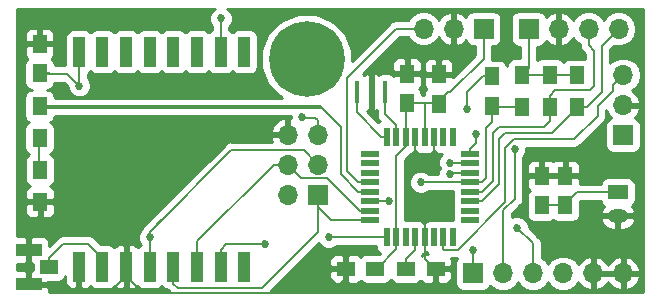
<source format=gtl>
G04 #@! TF.GenerationSoftware,KiCad,Pcbnew,(5.0.2)-1*
G04 #@! TF.CreationDate,2019-03-02T08:42:05-05:00*
G04 #@! TF.ProjectId,ENN-node.v1,454e4e2d-6e6f-4646-952e-76312e6b6963,rev?*
G04 #@! TF.SameCoordinates,Original*
G04 #@! TF.FileFunction,Copper,L1,Top*
G04 #@! TF.FilePolarity,Positive*
%FSLAX46Y46*%
G04 Gerber Fmt 4.6, Leading zero omitted, Abs format (unit mm)*
G04 Created by KiCad (PCBNEW (5.0.2)-1) date 3/2/2019 8:42:05 AM*
%MOMM*%
%LPD*%
G01*
G04 APERTURE LIST*
G04 #@! TA.AperFunction,ComponentPad*
%ADD10C,6.400000*%
G04 #@! TD*
G04 #@! TA.AperFunction,SMDPad,CuDef*
%ADD11R,1.600000X0.550000*%
G04 #@! TD*
G04 #@! TA.AperFunction,SMDPad,CuDef*
%ADD12R,0.550000X1.600000*%
G04 #@! TD*
G04 #@! TA.AperFunction,SMDPad,CuDef*
%ADD13R,1.250000X1.500000*%
G04 #@! TD*
G04 #@! TA.AperFunction,ComponentPad*
%ADD14O,1.700000X1.700000*%
G04 #@! TD*
G04 #@! TA.AperFunction,ComponentPad*
%ADD15R,1.700000X1.700000*%
G04 #@! TD*
G04 #@! TA.AperFunction,ComponentPad*
%ADD16O,1.700000X1.200000*%
G04 #@! TD*
G04 #@! TA.AperFunction,ComponentPad*
%ADD17R,1.700000X1.200000*%
G04 #@! TD*
G04 #@! TA.AperFunction,SMDPad,CuDef*
%ADD18R,1.000000X2.500000*%
G04 #@! TD*
G04 #@! TA.AperFunction,SMDPad,CuDef*
%ADD19R,1.500000X1.200000*%
G04 #@! TD*
G04 #@! TA.AperFunction,SMDPad,CuDef*
%ADD20R,2.200000X1.100000*%
G04 #@! TD*
G04 #@! TA.AperFunction,SMDPad,CuDef*
%ADD21R,0.400000X1.900000*%
G04 #@! TD*
G04 #@! TA.AperFunction,SMDPad,CuDef*
%ADD22R,1.300000X1.500000*%
G04 #@! TD*
G04 #@! TA.AperFunction,SMDPad,CuDef*
%ADD23R,1.500000X1.250000*%
G04 #@! TD*
G04 #@! TA.AperFunction,ViaPad*
%ADD24C,0.685800*%
G04 #@! TD*
G04 #@! TA.AperFunction,Conductor*
%ADD25C,0.177800*%
G04 #@! TD*
G04 #@! TA.AperFunction,Conductor*
%ADD26C,0.203200*%
G04 #@! TD*
G04 #@! TA.AperFunction,Conductor*
%ADD27C,0.152400*%
G04 #@! TD*
G04 #@! TA.AperFunction,Conductor*
%ADD28C,0.254000*%
G04 #@! TD*
G04 APERTURE END LIST*
D10*
G04 #@! TO.P,REF\002A\002A,*
G04 #@! TO.N,*
X151384000Y-90576400D03*
G04 #@! TD*
D11*
G04 #@! TO.P,U1,32*
G04 #@! TO.N,/D2*
X165227000Y-98616000D03*
G04 #@! TO.P,U1,31*
G04 #@! TO.N,/TX*
X165227000Y-99416000D03*
G04 #@! TO.P,U1,30*
G04 #@! TO.N,/RX*
X165227000Y-100216000D03*
G04 #@! TO.P,U1,29*
G04 #@! TO.N,/RST*
X165227000Y-101016000D03*
G04 #@! TO.P,U1,28*
G04 #@! TO.N,/SCL*
X165227000Y-101816000D03*
G04 #@! TO.P,U1,27*
G04 #@! TO.N,/SDA*
X165227000Y-102616000D03*
G04 #@! TO.P,U1,26*
G04 #@! TO.N,Net-(U1-Pad26)*
X165227000Y-103416000D03*
G04 #@! TO.P,U1,25*
G04 #@! TO.N,Net-(U1-Pad25)*
X165227000Y-104216000D03*
D12*
G04 #@! TO.P,U1,24*
G04 #@! TO.N,Net-(U1-Pad24)*
X163777000Y-105666000D03*
G04 #@! TO.P,U1,23*
G04 #@! TO.N,/A0*
X162977000Y-105666000D03*
G04 #@! TO.P,U1,22*
G04 #@! TO.N,Net-(U1-Pad22)*
X162177000Y-105666000D03*
G04 #@! TO.P,U1,21*
G04 #@! TO.N,GND*
X161377000Y-105666000D03*
G04 #@! TO.P,U1,20*
G04 #@! TO.N,Net-(C1-Pad2)*
X160577000Y-105666000D03*
G04 #@! TO.P,U1,19*
G04 #@! TO.N,Net-(U1-Pad19)*
X159777000Y-105666000D03*
G04 #@! TO.P,U1,18*
G04 #@! TO.N,/VCC*
X158977000Y-105666000D03*
G04 #@! TO.P,U1,17*
G04 #@! TO.N,/SCK*
X158177000Y-105666000D03*
D11*
G04 #@! TO.P,U1,16*
G04 #@! TO.N,/MISO*
X156727000Y-104216000D03*
G04 #@! TO.P,U1,15*
G04 #@! TO.N,/MOSI*
X156727000Y-103416000D03*
G04 #@! TO.P,U1,14*
G04 #@! TO.N,/SS*
X156727000Y-102616000D03*
G04 #@! TO.P,U1,13*
G04 #@! TO.N,/D9*
X156727000Y-101816000D03*
G04 #@! TO.P,U1,12*
G04 #@! TO.N,/D8*
X156727000Y-101016000D03*
G04 #@! TO.P,U1,11*
G04 #@! TO.N,Net-(U1-Pad11)*
X156727000Y-100216000D03*
G04 #@! TO.P,U1,10*
G04 #@! TO.N,Net-(U1-Pad10)*
X156727000Y-99416000D03*
G04 #@! TO.P,U1,9*
G04 #@! TO.N,Net-(U1-Pad9)*
X156727000Y-98616000D03*
D12*
G04 #@! TO.P,U1,8*
G04 #@! TO.N,Net-(U1-Pad8)*
X158177000Y-97166000D03*
G04 #@! TO.P,U1,7*
G04 #@! TO.N,Net-(U1-Pad7)*
X158977000Y-97166000D03*
G04 #@! TO.P,U1,6*
G04 #@! TO.N,/VCC*
X159777000Y-97166000D03*
G04 #@! TO.P,U1,5*
G04 #@! TO.N,GND*
X160577000Y-97166000D03*
G04 #@! TO.P,U1,4*
G04 #@! TO.N,/VCC*
X161377000Y-97166000D03*
G04 #@! TO.P,U1,3*
G04 #@! TO.N,GND*
X162177000Y-97166000D03*
G04 #@! TO.P,U1,2*
G04 #@! TO.N,Net-(U1-Pad2)*
X162977000Y-97166000D03*
G04 #@! TO.P,U1,1*
G04 #@! TO.N,Net-(U1-Pad1)*
X163777000Y-97166000D03*
G04 #@! TD*
D13*
G04 #@! TO.P,C9,2*
G04 #@! TO.N,/VCC*
X128778000Y-91806400D03*
G04 #@! TO.P,C9,1*
G04 #@! TO.N,GND*
X128778000Y-89306400D03*
G04 #@! TD*
D14*
G04 #@! TO.P,I2C,4*
G04 #@! TO.N,/SDA*
X177800000Y-88036400D03*
G04 #@! TO.P,I2C,3*
G04 #@! TO.N,/SCL*
X175260000Y-88036400D03*
G04 #@! TO.P,I2C,2*
G04 #@! TO.N,GND*
X172720000Y-88036400D03*
D15*
G04 #@! TO.P,I2C,1*
G04 #@! TO.N,/VCC*
X170180000Y-88036400D03*
G04 #@! TD*
D16*
G04 #@! TO.P,J7,2*
G04 #@! TO.N,GND*
X177749200Y-103854000D03*
D17*
G04 #@! TO.P,J7,1*
G04 #@! TO.N,/VCC*
X177749200Y-101854000D03*
G04 #@! TD*
D15*
G04 #@! TO.P,J4,1*
G04 #@! TO.N,/VCC*
X178181000Y-97028000D03*
D14*
G04 #@! TO.P,J4,2*
G04 #@! TO.N,GND*
X178181000Y-94488000D03*
G04 #@! TO.P,J4,3*
G04 #@! TO.N,/A0*
X178181000Y-91948000D03*
G04 #@! TD*
G04 #@! TO.P,J2,3*
G04 #@! TO.N,/D8*
X161290000Y-88011000D03*
G04 #@! TO.P,J2,2*
G04 #@! TO.N,GND*
X163830000Y-88011000D03*
D15*
G04 #@! TO.P,J2,1*
G04 #@! TO.N,/VCC*
X166370000Y-88011000D03*
G04 #@! TD*
D14*
G04 #@! TO.P,FTDI,6*
G04 #@! TO.N,GND*
X178181000Y-108712000D03*
G04 #@! TO.P,FTDI,5*
X175641000Y-108712000D03*
G04 #@! TO.P,FTDI,4*
G04 #@! TO.N,/VCC*
X173101000Y-108712000D03*
G04 #@! TO.P,FTDI,3*
G04 #@! TO.N,/RX*
X170561000Y-108712000D03*
G04 #@! TO.P,FTDI,2*
G04 #@! TO.N,/TX*
X168021000Y-108712000D03*
D15*
G04 #@! TO.P,FTDI,1*
G04 #@! TO.N,/DTR*
X165481000Y-108712000D03*
G04 #@! TD*
D14*
G04 #@! TO.P,ICSP,6*
G04 #@! TO.N,GND*
X149809200Y-96977200D03*
G04 #@! TO.P,ICSP,5*
G04 #@! TO.N,/RST*
X152349200Y-96977200D03*
G04 #@! TO.P,ICSP,4*
G04 #@! TO.N,/MOSI*
X149809200Y-99517200D03*
G04 #@! TO.P,ICSP,3*
G04 #@! TO.N,/SCK*
X152349200Y-99517200D03*
G04 #@! TO.P,ICSP,2*
G04 #@! TO.N,/VCC*
X149809200Y-102057200D03*
D15*
G04 #@! TO.P,ICSP,1*
G04 #@! TO.N,/MISO*
X152349200Y-102057200D03*
G04 #@! TD*
D18*
G04 #@! TO.P,RFM69,1*
G04 #@! TO.N,Net-(U2-Pad1)*
X146106400Y-89966800D03*
G04 #@! TO.P,RFM69,2*
G04 #@! TO.N,/D2*
X144106400Y-89966800D03*
G04 #@! TO.P,RFM69,3*
G04 #@! TO.N,Net-(U2-Pad3)*
X142106400Y-89966800D03*
G04 #@! TO.P,RFM69,4*
G04 #@! TO.N,Net-(U2-Pad4)*
X140106400Y-89966800D03*
G04 #@! TO.P,RFM69,5*
G04 #@! TO.N,Net-(U2-Pad5)*
X138106400Y-89966800D03*
G04 #@! TO.P,RFM69,6*
G04 #@! TO.N,Net-(U2-Pad6)*
X136106400Y-89966800D03*
G04 #@! TO.P,RFM69,7*
G04 #@! TO.N,Net-(U2-Pad7)*
X134106400Y-89966800D03*
G04 #@! TO.P,RFM69,8*
G04 #@! TO.N,/VCC*
X132106400Y-89966800D03*
G04 #@! TO.P,RFM69,9*
G04 #@! TO.N,GND*
X132106400Y-108166800D03*
G04 #@! TO.P,RFM69,10*
G04 #@! TO.N,Net-(ANT1-Pad1)*
X134106400Y-108166800D03*
G04 #@! TO.P,RFM69,11*
G04 #@! TO.N,GND*
X136106400Y-108166800D03*
G04 #@! TO.P,RFM69,12*
G04 #@! TO.N,/SCK*
X138106400Y-108166800D03*
G04 #@! TO.P,RFM69,13*
G04 #@! TO.N,/MISO*
X140106400Y-108166800D03*
G04 #@! TO.P,RFM69,14*
G04 #@! TO.N,/MOSI*
X142106400Y-108166800D03*
G04 #@! TO.P,RFM69,15*
G04 #@! TO.N,/SS*
X144106400Y-108166800D03*
G04 #@! TO.P,RFM69,16*
G04 #@! TO.N,Net-(U2-Pad16)*
X146106400Y-108166800D03*
G04 #@! TD*
D19*
G04 #@! TO.P,ANT1,1*
G04 #@! TO.N,Net-(ANT1-Pad1)*
X129613600Y-108185200D03*
D20*
G04 #@! TO.P,ANT1,2*
G04 #@! TO.N,GND*
X127863600Y-106735200D03*
X127863600Y-109635200D03*
G04 #@! TD*
D21*
G04 #@! TO.P,Y1,1*
G04 #@! TO.N,Net-(U1-Pad8)*
X155670400Y-93370400D03*
G04 #@! TO.P,Y1,2*
G04 #@! TO.N,GND*
X156870400Y-93370400D03*
G04 #@! TO.P,Y1,3*
G04 #@! TO.N,Net-(U1-Pad7)*
X158070400Y-93370400D03*
G04 #@! TD*
D22*
G04 #@! TO.P,R4,2*
G04 #@! TO.N,/D9*
X128778000Y-94589600D03*
G04 #@! TO.P,R4,1*
G04 #@! TO.N,Net-(D1-Pad2)*
X128778000Y-97289600D03*
G04 #@! TD*
D23*
G04 #@! TO.P,C1,1*
G04 #@! TO.N,GND*
X162306000Y-108331000D03*
G04 #@! TO.P,C1,2*
G04 #@! TO.N,Net-(C1-Pad2)*
X159806000Y-108331000D03*
G04 #@! TD*
D13*
G04 #@! TO.P,C2,2*
G04 #@! TO.N,/DTR*
X167081200Y-92038800D03*
G04 #@! TO.P,C2,1*
G04 #@! TO.N,/RST*
X167081200Y-94538800D03*
G04 #@! TD*
D22*
G04 #@! TO.P,D1,2*
G04 #@! TO.N,Net-(D1-Pad2)*
X128828800Y-99974400D03*
G04 #@! TO.P,D1,1*
G04 #@! TO.N,GND*
X128828800Y-102674400D03*
G04 #@! TD*
G04 #@! TO.P,R1,1*
G04 #@! TO.N,/SDA*
X174294800Y-94640400D03*
G04 #@! TO.P,R1,2*
G04 #@! TO.N,/VCC*
X174294800Y-91940400D03*
G04 #@! TD*
G04 #@! TO.P,R2,2*
G04 #@! TO.N,/VCC*
X171958000Y-91918800D03*
G04 #@! TO.P,R2,1*
G04 #@! TO.N,/SCL*
X171958000Y-94618800D03*
G04 #@! TD*
G04 #@! TO.P,R3,2*
G04 #@! TO.N,/RST*
X169621200Y-94618800D03*
G04 #@! TO.P,R3,1*
G04 #@! TO.N,/VCC*
X169621200Y-91918800D03*
G04 #@! TD*
D13*
G04 #@! TO.P,C5,2*
G04 #@! TO.N,GND*
X173278800Y-100482400D03*
G04 #@! TO.P,C5,1*
G04 #@! TO.N,/VCC*
X173278800Y-102982400D03*
G04 #@! TD*
G04 #@! TO.P,C6,1*
G04 #@! TO.N,/VCC*
X171297600Y-102982400D03*
G04 #@! TO.P,C6,2*
G04 #@! TO.N,GND*
X171297600Y-100482400D03*
G04 #@! TD*
G04 #@! TO.P,C10,2*
G04 #@! TO.N,GND*
X159893000Y-91841000D03*
G04 #@! TO.P,C10,1*
G04 #@! TO.N,/VCC*
X159893000Y-94341000D03*
G04 #@! TD*
G04 #@! TO.P,C3,2*
G04 #@! TO.N,GND*
X162560000Y-91861000D03*
G04 #@! TO.P,C3,1*
G04 #@! TO.N,/VCC*
X162560000Y-94361000D03*
G04 #@! TD*
D23*
G04 #@! TO.P,C4,1*
G04 #@! TO.N,/VCC*
X157206000Y-108331000D03*
G04 #@! TO.P,C4,2*
G04 #@! TO.N,GND*
X154706000Y-108331000D03*
G04 #@! TD*
D24*
G04 #@! TO.N,/RST*
X161061200Y-101016000D03*
X151028400Y-95504000D03*
G04 #@! TO.N,/DTR*
X164947600Y-94792800D03*
X165455600Y-106730800D03*
G04 #@! TO.N,/RX*
X169214800Y-104851200D03*
X163525200Y-100279200D03*
G04 #@! TO.N,/TX*
X169011600Y-98196400D03*
X163525200Y-99364800D03*
G04 #@! TO.N,/D2*
X165709600Y-96926400D03*
X144144601Y-87147799D03*
G04 #@! TO.N,/SCK*
X138106400Y-105682800D03*
X153265600Y-105666000D03*
G04 #@! TO.N,/SS*
X147828000Y-106279700D03*
X158329300Y-102616000D03*
G04 #@! TO.N,/VCC*
X132130800Y-92862400D03*
G04 #@! TD*
D25*
G04 #@! TO.N,Net-(C1-Pad2)*
X160577000Y-106643800D02*
X160577000Y-105666000D01*
X160577000Y-106757200D02*
X160577000Y-106643800D01*
X159806000Y-107528200D02*
X160577000Y-106757200D01*
X159806000Y-108331000D02*
X159806000Y-107528200D01*
D26*
G04 #@! TO.N,GND*
X134660190Y-110363010D02*
X136106400Y-108916800D01*
X129894610Y-110363010D02*
X134660190Y-110363010D01*
X129166800Y-109635200D02*
X129894610Y-110363010D01*
X127863600Y-109635200D02*
X129166800Y-109635200D01*
X161377000Y-104662800D02*
X161391600Y-104648200D01*
X161377000Y-105666000D02*
X161377000Y-104662800D01*
X161391600Y-104648200D02*
X161391600Y-104292400D01*
X161377000Y-104662800D02*
X161290000Y-104575800D01*
X161290000Y-104575800D02*
X161290000Y-104546400D01*
X161290000Y-104546400D02*
X161036000Y-104292400D01*
X161377000Y-107527000D02*
X161377000Y-106984800D01*
X162181000Y-108331000D02*
X161377000Y-107527000D01*
X162306000Y-108331000D02*
X162181000Y-108331000D01*
X161377000Y-105666000D02*
X161377000Y-106984800D01*
X162177000Y-98423000D02*
X162177000Y-97166000D01*
X162204400Y-98450400D02*
X162177000Y-98423000D01*
X160577000Y-98169200D02*
X160578800Y-98171000D01*
X160577000Y-97166000D02*
X160577000Y-98169200D01*
X160578800Y-98171000D02*
X160578800Y-98653600D01*
X136106400Y-108916800D02*
X136106400Y-108166800D01*
X137552610Y-110363010D02*
X136106400Y-108916800D01*
X153502190Y-110363010D02*
X137552610Y-110363010D01*
X154706000Y-109159200D02*
X153502190Y-110363010D01*
X154706000Y-108331000D02*
X154706000Y-109159200D01*
D27*
G04 #@! TO.N,/RST*
X167161200Y-94618800D02*
X167081200Y-94538800D01*
X169621200Y-94618800D02*
X167161200Y-94618800D01*
X165227000Y-101016000D02*
X161061200Y-101016000D01*
X152349200Y-95775119D02*
X152128881Y-95554800D01*
X152349200Y-96977200D02*
X152349200Y-95775119D01*
X152128881Y-95554800D02*
X151079200Y-95554800D01*
X151079200Y-95554800D02*
X151028400Y-95504000D01*
D25*
X166204800Y-101016000D02*
X165227000Y-101016000D01*
X166573200Y-100647600D02*
X166204800Y-101016000D01*
X166573200Y-96418400D02*
X166573200Y-100647600D01*
X167081200Y-94538800D02*
X167081200Y-95910400D01*
X167081200Y-95910400D02*
X166573200Y-96418400D01*
D27*
G04 #@! TO.N,/DTR*
X166303800Y-92038800D02*
X164947600Y-93395000D01*
X167081200Y-92038800D02*
X166303800Y-92038800D01*
X164947600Y-93395000D02*
X164947600Y-94792800D01*
D25*
X165455600Y-108686600D02*
X165481000Y-108712000D01*
X165455600Y-106730800D02*
X165455600Y-108686600D01*
D27*
G04 #@! TO.N,/RX*
X165227000Y-100216000D02*
X163588400Y-100216000D01*
X163588400Y-100216000D02*
X163525200Y-100279200D01*
D25*
X170561000Y-106197400D02*
X169214800Y-104851200D01*
X170561000Y-108712000D02*
X170561000Y-106197400D01*
D27*
G04 #@! TO.N,/TX*
X164274600Y-99416000D02*
X164274200Y-99415600D01*
X165227000Y-99416000D02*
X164274600Y-99416000D01*
D25*
X164223400Y-99364800D02*
X163525200Y-99364800D01*
X164274600Y-99416000D02*
X164223400Y-99364800D01*
X169011600Y-98681333D02*
X169011600Y-98196400D01*
X169011600Y-102402828D02*
X169011600Y-98681333D01*
X168021000Y-103393428D02*
X169011600Y-102402828D01*
X168021000Y-108712000D02*
X168021000Y-103393428D01*
G04 #@! TO.N,/D8*
X161290000Y-88011000D02*
X158978600Y-88011000D01*
X158978600Y-88011000D02*
X154838400Y-92151200D01*
X155749200Y-101016000D02*
X156727000Y-101016000D01*
X154838400Y-100105200D02*
X155749200Y-101016000D01*
X154838400Y-92151200D02*
X154838400Y-100105200D01*
D27*
G04 #@! TO.N,/D9*
X152697200Y-94734400D02*
X151333200Y-94734400D01*
X128727200Y-94734400D02*
X151333200Y-94734400D01*
D25*
X154279600Y-100346400D02*
X154279600Y-96316800D01*
X155749200Y-101816000D02*
X154279600Y-100346400D01*
X156727000Y-101816000D02*
X155749200Y-101816000D01*
X154279600Y-96316800D02*
X152697200Y-94734400D01*
X152552400Y-94589600D02*
X128778000Y-94589600D01*
X152697200Y-94734400D02*
X152552400Y-94589600D01*
D27*
G04 #@! TO.N,/A0*
X178181000Y-91948000D02*
X177331001Y-92797999D01*
D25*
X176022000Y-95402400D02*
X176022000Y-94589600D01*
X176022000Y-94589600D02*
X177331001Y-93280599D01*
X174040800Y-97383600D02*
X176022000Y-95402400D01*
X168922190Y-97383600D02*
X174040800Y-97383600D01*
X162977000Y-105666000D02*
X162977000Y-106643800D01*
X177331001Y-93280599D02*
X177331001Y-92797999D01*
X162977000Y-106643800D02*
X163065901Y-106732701D01*
X164178819Y-106732701D02*
X168198800Y-102712720D01*
X168198800Y-102712720D02*
X168198800Y-98106990D01*
X163065901Y-106732701D02*
X164178819Y-106732701D01*
X168198800Y-98106990D02*
X168922190Y-97383600D01*
G04 #@! TO.N,/SCL*
X175717200Y-89865200D02*
X175260000Y-89408000D01*
X171958000Y-94618800D02*
X171958000Y-93691000D01*
X171958000Y-93691000D02*
X172431000Y-93218000D01*
X172431000Y-93218000D02*
X175361600Y-93218000D01*
X175361600Y-93218000D02*
X175717200Y-92862400D01*
X175717200Y-92862400D02*
X175717200Y-89865200D01*
X175260000Y-88036400D02*
X175260000Y-89408000D01*
X166204800Y-101816000D02*
X167132000Y-100888800D01*
X165227000Y-101816000D02*
X166204800Y-101816000D01*
X167132000Y-100888800D02*
X167132000Y-96824800D01*
X167132000Y-96824800D02*
X167640000Y-96316800D01*
X167640000Y-96316800D02*
X171500800Y-96316800D01*
X171958000Y-95859600D02*
X171958000Y-94618800D01*
X171500800Y-96316800D02*
X171958000Y-95859600D01*
G04 #@! TO.N,/SDA*
X175122600Y-94640400D02*
X176377600Y-93385400D01*
X174294800Y-94640400D02*
X175122600Y-94640400D01*
X176377600Y-89458800D02*
X177800000Y-88036400D01*
X176377600Y-93385400D02*
X176377600Y-89458800D01*
X166204800Y-102616000D02*
X167690819Y-101129981D01*
X174294800Y-94740400D02*
X174294800Y-94640400D01*
X167690819Y-101129981D02*
X167690819Y-97332781D01*
X167690819Y-97332781D02*
X168148000Y-96875600D01*
X168148000Y-96875600D02*
X172159600Y-96875600D01*
X165227000Y-102616000D02*
X166204800Y-102616000D01*
X172159600Y-96875600D02*
X174294800Y-94740400D01*
D27*
G04 #@! TO.N,/D2*
X165227000Y-98188600D02*
X165709600Y-97706000D01*
X165227000Y-98616000D02*
X165227000Y-98188600D01*
X165709600Y-97706000D02*
X165709600Y-96926400D01*
D25*
X144106400Y-87186000D02*
X144144601Y-87147799D01*
X144106400Y-89966800D02*
X144106400Y-87186000D01*
D27*
G04 #@! TO.N,/SCK*
X138106400Y-108725600D02*
X138106400Y-107975600D01*
D25*
X145006267Y-98298000D02*
X144142667Y-99161600D01*
X151130000Y-98298000D02*
X145006267Y-98298000D01*
X152349200Y-99517200D02*
X151130000Y-98298000D01*
D27*
X138106400Y-105197867D02*
X139062667Y-104241600D01*
D25*
X138106400Y-105197867D02*
X139215067Y-104089200D01*
X138106400Y-105682800D02*
X138106400Y-105197867D01*
X144142667Y-99161600D02*
X139215067Y-104089200D01*
X139215067Y-104089200D02*
X139062667Y-104241600D01*
X153265600Y-105666000D02*
X158177000Y-105666000D01*
X138106400Y-106739000D02*
X138106400Y-105682800D01*
X138106400Y-108166800D02*
X138106400Y-106739000D01*
D27*
G04 #@! TO.N,/MISO*
X140106400Y-107975600D02*
X140106400Y-108725600D01*
D25*
X152349200Y-103085000D02*
X152349200Y-102057200D01*
X153480200Y-104216000D02*
X152349200Y-103085000D01*
X156727000Y-104216000D02*
X153480200Y-104216000D01*
X152349200Y-105206800D02*
X147586700Y-109969300D01*
X152349200Y-102057200D02*
X152349200Y-105206800D01*
X140481100Y-109969300D02*
X147586700Y-109969300D01*
X140106400Y-109594600D02*
X140481100Y-109969300D01*
X140106400Y-108166800D02*
X140106400Y-109594600D01*
G04 #@! TO.N,/MOSI*
X150659199Y-100367199D02*
X149809200Y-99517200D01*
X150925901Y-100633901D02*
X150659199Y-100367199D01*
X153105963Y-100633901D02*
X150925901Y-100633901D01*
X155888062Y-103416000D02*
X153105963Y-100633901D01*
X156727000Y-103416000D02*
X155888062Y-103416000D01*
X148607119Y-99517200D02*
X149809200Y-99517200D01*
X142106400Y-108166800D02*
X142106400Y-106017919D01*
X142106400Y-106017919D02*
X148607119Y-99517200D01*
G04 #@! TO.N,/SS*
X147828000Y-106222800D02*
X147828000Y-106279700D01*
X158329300Y-102616000D02*
X156727000Y-102616000D01*
X147343067Y-106279700D02*
X147828000Y-106279700D01*
X144565700Y-106279700D02*
X147343067Y-106279700D01*
X144106400Y-106739000D02*
X144565700Y-106279700D01*
X144106400Y-108166800D02*
X144106400Y-106739000D01*
D27*
G04 #@! TO.N,Net-(D1-Pad2)*
X128727200Y-98336800D02*
X128727200Y-100046800D01*
X128727200Y-97434400D02*
X128727200Y-98336800D01*
D26*
G04 #@! TO.N,/VCC*
X170180000Y-91360000D02*
X169621200Y-91918800D01*
X170180000Y-88036400D02*
X170180000Y-91360000D01*
X170474400Y-91918800D02*
X171958000Y-91918800D01*
X169621200Y-91918800D02*
X170474400Y-91918800D01*
X171979600Y-91940400D02*
X171958000Y-91918800D01*
X174294800Y-91940400D02*
X171979600Y-91940400D01*
X159777000Y-94457000D02*
X159893000Y-94341000D01*
X159777000Y-97166000D02*
X159777000Y-94457000D01*
X161377000Y-97166000D02*
X161377000Y-94715800D01*
X162560000Y-94236000D02*
X162560000Y-94361000D01*
X163388200Y-93407800D02*
X162560000Y-94236000D01*
X163513200Y-93407800D02*
X163388200Y-93407800D01*
X166370000Y-90551000D02*
X163513200Y-93407800D01*
X166370000Y-88011000D02*
X166370000Y-90551000D01*
X159777000Y-97989642D02*
X159777000Y-97166000D01*
X158977000Y-98789642D02*
X159777000Y-97989642D01*
X158977000Y-105666000D02*
X158977000Y-98789642D01*
X131947600Y-89808000D02*
X132106400Y-89966800D01*
X132106400Y-89966800D02*
X132106400Y-91420000D01*
X162540000Y-94341000D02*
X162560000Y-94361000D01*
X161377000Y-94355600D02*
X161391600Y-94341000D01*
X161377000Y-94715800D02*
X161377000Y-94355600D01*
X159893000Y-94341000D02*
X161391600Y-94341000D01*
X161391600Y-94341000D02*
X162540000Y-94341000D01*
D25*
X176721400Y-101854000D02*
X177749200Y-101854000D01*
X174282200Y-101854000D02*
X176721400Y-101854000D01*
X173278800Y-102857400D02*
X174282200Y-101854000D01*
X173278800Y-102982400D02*
X173278800Y-102857400D01*
X171297600Y-102982400D02*
X173278800Y-102982400D01*
X157331000Y-108331000D02*
X157206000Y-108331000D01*
X158977000Y-106685000D02*
X157331000Y-108331000D01*
X158977000Y-105666000D02*
X158977000Y-106685000D01*
D26*
X129082800Y-91857200D02*
X131125600Y-91857200D01*
X132106400Y-92838000D02*
X132130800Y-92862400D01*
X132106400Y-89966800D02*
X132106400Y-92838000D01*
X132130800Y-92862400D02*
X131125600Y-91857200D01*
X129657000Y-91857200D02*
X131125600Y-91857200D01*
X129606200Y-91806400D02*
X129657000Y-91857200D01*
X128778000Y-91806400D02*
X129606200Y-91806400D01*
D25*
G04 #@! TO.N,Net-(U1-Pad8)*
X155670400Y-94498200D02*
X155670400Y-93370400D01*
X155670400Y-95112200D02*
X155670400Y-94498200D01*
X157724200Y-97166000D02*
X155670400Y-95112200D01*
X158177000Y-97166000D02*
X157724200Y-97166000D01*
G04 #@! TO.N,Net-(U1-Pad7)*
X158070400Y-94498200D02*
X158070400Y-93370400D01*
X158070400Y-95281600D02*
X158070400Y-94498200D01*
X158977000Y-96188200D02*
X158070400Y-95281600D01*
X158977000Y-97166000D02*
X158977000Y-96188200D01*
G04 #@! TO.N,Net-(ANT1-Pad1)*
X129613600Y-108185200D02*
X129613600Y-108153200D01*
X129613600Y-107407400D02*
X130798200Y-106222800D01*
X134106400Y-107416800D02*
X134106400Y-108166800D01*
X132912400Y-106222800D02*
X134106400Y-107416800D01*
X130798200Y-106222800D02*
X132912400Y-106222800D01*
X129613600Y-108153200D02*
X129613600Y-107407400D01*
G04 #@! TD*
D28*
G04 #@! TO.N,GND*
G36*
X143590665Y-86318776D02*
X143315578Y-86593863D01*
X143166701Y-86953283D01*
X143166701Y-87342315D01*
X143315578Y-87701735D01*
X143382501Y-87768658D01*
X143382501Y-88113896D01*
X143358635Y-88118643D01*
X143148591Y-88258991D01*
X143106400Y-88322134D01*
X143064209Y-88258991D01*
X142854165Y-88118643D01*
X142606400Y-88069360D01*
X141606400Y-88069360D01*
X141358635Y-88118643D01*
X141148591Y-88258991D01*
X141106400Y-88322134D01*
X141064209Y-88258991D01*
X140854165Y-88118643D01*
X140606400Y-88069360D01*
X139606400Y-88069360D01*
X139358635Y-88118643D01*
X139148591Y-88258991D01*
X139106400Y-88322134D01*
X139064209Y-88258991D01*
X138854165Y-88118643D01*
X138606400Y-88069360D01*
X137606400Y-88069360D01*
X137358635Y-88118643D01*
X137148591Y-88258991D01*
X137106400Y-88322134D01*
X137064209Y-88258991D01*
X136854165Y-88118643D01*
X136606400Y-88069360D01*
X135606400Y-88069360D01*
X135358635Y-88118643D01*
X135148591Y-88258991D01*
X135106400Y-88322134D01*
X135064209Y-88258991D01*
X134854165Y-88118643D01*
X134606400Y-88069360D01*
X133606400Y-88069360D01*
X133358635Y-88118643D01*
X133148591Y-88258991D01*
X133106400Y-88322134D01*
X133064209Y-88258991D01*
X132854165Y-88118643D01*
X132606400Y-88069360D01*
X131606400Y-88069360D01*
X131358635Y-88118643D01*
X131148591Y-88258991D01*
X131008243Y-88469035D01*
X130958960Y-88716800D01*
X130958960Y-91120600D01*
X130050440Y-91120600D01*
X130050440Y-91056400D01*
X130001157Y-90808635D01*
X129860809Y-90598591D01*
X129799680Y-90557746D01*
X129941327Y-90416098D01*
X130038000Y-90182709D01*
X130038000Y-89592150D01*
X129879250Y-89433400D01*
X128905000Y-89433400D01*
X128905000Y-89453400D01*
X128651000Y-89453400D01*
X128651000Y-89433400D01*
X127676750Y-89433400D01*
X127518000Y-89592150D01*
X127518000Y-90182709D01*
X127614673Y-90416098D01*
X127756320Y-90557746D01*
X127695191Y-90598591D01*
X127554843Y-90808635D01*
X127505560Y-91056400D01*
X127505560Y-92556400D01*
X127554843Y-92804165D01*
X127695191Y-93014209D01*
X127905235Y-93154557D01*
X128111140Y-93195514D01*
X127880235Y-93241443D01*
X127670191Y-93381791D01*
X127529843Y-93591835D01*
X127480560Y-93839600D01*
X127480560Y-95339600D01*
X127529843Y-95587365D01*
X127670191Y-95797409D01*
X127880235Y-95937757D01*
X127889500Y-95939600D01*
X127880235Y-95941443D01*
X127670191Y-96081791D01*
X127529843Y-96291835D01*
X127480560Y-96539600D01*
X127480560Y-98039600D01*
X127529843Y-98287365D01*
X127670191Y-98497409D01*
X127880235Y-98637757D01*
X127906103Y-98642902D01*
X127720991Y-98766591D01*
X127580643Y-98976635D01*
X127531360Y-99224400D01*
X127531360Y-100724400D01*
X127580643Y-100972165D01*
X127720991Y-101182209D01*
X127931035Y-101322557D01*
X127959009Y-101328121D01*
X127819101Y-101386073D01*
X127640473Y-101564702D01*
X127543800Y-101798091D01*
X127543800Y-102388650D01*
X127702550Y-102547400D01*
X128701800Y-102547400D01*
X128701800Y-102527400D01*
X128955800Y-102527400D01*
X128955800Y-102547400D01*
X129955050Y-102547400D01*
X130113800Y-102388650D01*
X130113800Y-101798091D01*
X130017127Y-101564702D01*
X129838499Y-101386073D01*
X129698591Y-101328121D01*
X129726565Y-101322557D01*
X129936609Y-101182209D01*
X130076957Y-100972165D01*
X130126240Y-100724400D01*
X130126240Y-99224400D01*
X130076957Y-98976635D01*
X129936609Y-98766591D01*
X129726565Y-98626243D01*
X129700697Y-98621098D01*
X129885809Y-98497409D01*
X130026157Y-98287365D01*
X130075440Y-98039600D01*
X130075440Y-96620310D01*
X148367724Y-96620310D01*
X148489045Y-96850200D01*
X149682200Y-96850200D01*
X149682200Y-95656381D01*
X149452308Y-95535714D01*
X148927842Y-95782017D01*
X148537555Y-96210276D01*
X148367724Y-96620310D01*
X130075440Y-96620310D01*
X130075440Y-96539600D01*
X130026157Y-96291835D01*
X129885809Y-96081791D01*
X129675765Y-95941443D01*
X129666500Y-95939600D01*
X129675765Y-95937757D01*
X129885809Y-95797409D01*
X130026157Y-95587365D01*
X130054356Y-95445600D01*
X150050500Y-95445600D01*
X150050500Y-95596387D01*
X149936200Y-95656381D01*
X149936200Y-96850200D01*
X149956200Y-96850200D01*
X149956200Y-97104200D01*
X149936200Y-97104200D01*
X149936200Y-97124200D01*
X149682200Y-97124200D01*
X149682200Y-97104200D01*
X148489045Y-97104200D01*
X148367724Y-97334090D01*
X148467133Y-97574100D01*
X145077565Y-97574100D01*
X145006267Y-97559918D01*
X144723815Y-97616101D01*
X144545517Y-97735236D01*
X144484364Y-97776097D01*
X144443977Y-97836540D01*
X143681212Y-98599306D01*
X143681207Y-98599310D01*
X138753610Y-103526909D01*
X138753607Y-103526911D01*
X137644943Y-104635576D01*
X137584498Y-104675964D01*
X137424501Y-104915415D01*
X137424501Y-104915416D01*
X137408033Y-104998208D01*
X137277377Y-105128864D01*
X137128500Y-105488284D01*
X137128500Y-105877316D01*
X137277377Y-106236736D01*
X137359176Y-106318535D01*
X137358635Y-106318643D01*
X137148591Y-106458991D01*
X137107745Y-106520120D01*
X136966099Y-106378473D01*
X136732710Y-106281800D01*
X136392150Y-106281800D01*
X136233400Y-106440550D01*
X136233400Y-108039800D01*
X136253400Y-108039800D01*
X136253400Y-108293800D01*
X136233400Y-108293800D01*
X136233400Y-109893050D01*
X136392150Y-110051800D01*
X136732710Y-110051800D01*
X136966099Y-109955127D01*
X137107745Y-109813480D01*
X137148591Y-109874609D01*
X137358635Y-110014957D01*
X137606400Y-110064240D01*
X138606400Y-110064240D01*
X138854165Y-110014957D01*
X139064209Y-109874609D01*
X139106400Y-109811466D01*
X139148591Y-109874609D01*
X139358635Y-110014957D01*
X139540867Y-110051205D01*
X139584498Y-110116503D01*
X139644943Y-110156891D01*
X139814128Y-110326077D01*
X129588611Y-110335624D01*
X129598600Y-110311509D01*
X129598600Y-109920950D01*
X129439850Y-109762200D01*
X127990600Y-109762200D01*
X127990600Y-109782200D01*
X127736600Y-109782200D01*
X127736600Y-109762200D01*
X127716600Y-109762200D01*
X127716600Y-109508200D01*
X127736600Y-109508200D01*
X127736600Y-108608950D01*
X127577850Y-108450200D01*
X126897200Y-108450200D01*
X126897200Y-107920200D01*
X127577850Y-107920200D01*
X127736600Y-107761450D01*
X127736600Y-106862200D01*
X127716600Y-106862200D01*
X127716600Y-106608200D01*
X127736600Y-106608200D01*
X127736600Y-105708950D01*
X127990600Y-105708950D01*
X127990600Y-106608200D01*
X128010600Y-106608200D01*
X128010600Y-106862200D01*
X127990600Y-106862200D01*
X127990600Y-107761450D01*
X128149350Y-107920200D01*
X128216160Y-107920200D01*
X128216160Y-108450200D01*
X128149350Y-108450200D01*
X127990600Y-108608950D01*
X127990600Y-109508200D01*
X129439850Y-109508200D01*
X129515410Y-109432640D01*
X130363600Y-109432640D01*
X130611365Y-109383357D01*
X130821409Y-109243009D01*
X130961757Y-109032965D01*
X130971400Y-108984486D01*
X130971400Y-109543109D01*
X131068073Y-109776498D01*
X131246701Y-109955127D01*
X131480090Y-110051800D01*
X131820650Y-110051800D01*
X131979400Y-109893050D01*
X131979400Y-108293800D01*
X131959400Y-108293800D01*
X131959400Y-108039800D01*
X131979400Y-108039800D01*
X131979400Y-108019800D01*
X132233400Y-108019800D01*
X132233400Y-108039800D01*
X132253400Y-108039800D01*
X132253400Y-108293800D01*
X132233400Y-108293800D01*
X132233400Y-109893050D01*
X132392150Y-110051800D01*
X132732710Y-110051800D01*
X132966099Y-109955127D01*
X133107745Y-109813480D01*
X133148591Y-109874609D01*
X133358635Y-110014957D01*
X133606400Y-110064240D01*
X134606400Y-110064240D01*
X134854165Y-110014957D01*
X135064209Y-109874609D01*
X135105055Y-109813480D01*
X135246701Y-109955127D01*
X135480090Y-110051800D01*
X135820650Y-110051800D01*
X135979400Y-109893050D01*
X135979400Y-108293800D01*
X135959400Y-108293800D01*
X135959400Y-108039800D01*
X135979400Y-108039800D01*
X135979400Y-106440550D01*
X135820650Y-106281800D01*
X135480090Y-106281800D01*
X135246701Y-106378473D01*
X135105055Y-106520120D01*
X135064209Y-106458991D01*
X134854165Y-106318643D01*
X134606400Y-106269360D01*
X133982708Y-106269360D01*
X133474693Y-105761345D01*
X133434303Y-105700897D01*
X133194852Y-105540901D01*
X132983698Y-105498900D01*
X132912400Y-105484718D01*
X132841102Y-105498900D01*
X130869496Y-105498900D01*
X130798199Y-105484718D01*
X130726903Y-105498900D01*
X130726902Y-105498900D01*
X130515748Y-105540901D01*
X130276297Y-105700897D01*
X130235909Y-105761342D01*
X129598600Y-106398652D01*
X129598600Y-106058891D01*
X129501927Y-105825502D01*
X129323299Y-105646873D01*
X129089910Y-105550200D01*
X128149350Y-105550200D01*
X127990600Y-105708950D01*
X127736600Y-105708950D01*
X127577850Y-105550200D01*
X126897200Y-105550200D01*
X126897200Y-102960150D01*
X127543800Y-102960150D01*
X127543800Y-103550709D01*
X127640473Y-103784098D01*
X127819101Y-103962727D01*
X128052490Y-104059400D01*
X128543050Y-104059400D01*
X128701800Y-103900650D01*
X128701800Y-102801400D01*
X128955800Y-102801400D01*
X128955800Y-103900650D01*
X129114550Y-104059400D01*
X129605110Y-104059400D01*
X129838499Y-103962727D01*
X130017127Y-103784098D01*
X130113800Y-103550709D01*
X130113800Y-102960150D01*
X129955050Y-102801400D01*
X128955800Y-102801400D01*
X128701800Y-102801400D01*
X127702550Y-102801400D01*
X127543800Y-102960150D01*
X126897200Y-102960150D01*
X126897200Y-88430091D01*
X127518000Y-88430091D01*
X127518000Y-89020650D01*
X127676750Y-89179400D01*
X128651000Y-89179400D01*
X128651000Y-88080150D01*
X128905000Y-88080150D01*
X128905000Y-89179400D01*
X129879250Y-89179400D01*
X130038000Y-89020650D01*
X130038000Y-88430091D01*
X129941327Y-88196702D01*
X129762699Y-88018073D01*
X129529310Y-87921400D01*
X129063750Y-87921400D01*
X128905000Y-88080150D01*
X128651000Y-88080150D01*
X128492250Y-87921400D01*
X128026690Y-87921400D01*
X127793301Y-88018073D01*
X127614673Y-88196702D01*
X127518000Y-88430091D01*
X126897200Y-88430091D01*
X126897200Y-86308000D01*
X143616681Y-86308000D01*
X143590665Y-86318776D01*
X143590665Y-86318776D01*
G37*
X143590665Y-86318776D02*
X143315578Y-86593863D01*
X143166701Y-86953283D01*
X143166701Y-87342315D01*
X143315578Y-87701735D01*
X143382501Y-87768658D01*
X143382501Y-88113896D01*
X143358635Y-88118643D01*
X143148591Y-88258991D01*
X143106400Y-88322134D01*
X143064209Y-88258991D01*
X142854165Y-88118643D01*
X142606400Y-88069360D01*
X141606400Y-88069360D01*
X141358635Y-88118643D01*
X141148591Y-88258991D01*
X141106400Y-88322134D01*
X141064209Y-88258991D01*
X140854165Y-88118643D01*
X140606400Y-88069360D01*
X139606400Y-88069360D01*
X139358635Y-88118643D01*
X139148591Y-88258991D01*
X139106400Y-88322134D01*
X139064209Y-88258991D01*
X138854165Y-88118643D01*
X138606400Y-88069360D01*
X137606400Y-88069360D01*
X137358635Y-88118643D01*
X137148591Y-88258991D01*
X137106400Y-88322134D01*
X137064209Y-88258991D01*
X136854165Y-88118643D01*
X136606400Y-88069360D01*
X135606400Y-88069360D01*
X135358635Y-88118643D01*
X135148591Y-88258991D01*
X135106400Y-88322134D01*
X135064209Y-88258991D01*
X134854165Y-88118643D01*
X134606400Y-88069360D01*
X133606400Y-88069360D01*
X133358635Y-88118643D01*
X133148591Y-88258991D01*
X133106400Y-88322134D01*
X133064209Y-88258991D01*
X132854165Y-88118643D01*
X132606400Y-88069360D01*
X131606400Y-88069360D01*
X131358635Y-88118643D01*
X131148591Y-88258991D01*
X131008243Y-88469035D01*
X130958960Y-88716800D01*
X130958960Y-91120600D01*
X130050440Y-91120600D01*
X130050440Y-91056400D01*
X130001157Y-90808635D01*
X129860809Y-90598591D01*
X129799680Y-90557746D01*
X129941327Y-90416098D01*
X130038000Y-90182709D01*
X130038000Y-89592150D01*
X129879250Y-89433400D01*
X128905000Y-89433400D01*
X128905000Y-89453400D01*
X128651000Y-89453400D01*
X128651000Y-89433400D01*
X127676750Y-89433400D01*
X127518000Y-89592150D01*
X127518000Y-90182709D01*
X127614673Y-90416098D01*
X127756320Y-90557746D01*
X127695191Y-90598591D01*
X127554843Y-90808635D01*
X127505560Y-91056400D01*
X127505560Y-92556400D01*
X127554843Y-92804165D01*
X127695191Y-93014209D01*
X127905235Y-93154557D01*
X128111140Y-93195514D01*
X127880235Y-93241443D01*
X127670191Y-93381791D01*
X127529843Y-93591835D01*
X127480560Y-93839600D01*
X127480560Y-95339600D01*
X127529843Y-95587365D01*
X127670191Y-95797409D01*
X127880235Y-95937757D01*
X127889500Y-95939600D01*
X127880235Y-95941443D01*
X127670191Y-96081791D01*
X127529843Y-96291835D01*
X127480560Y-96539600D01*
X127480560Y-98039600D01*
X127529843Y-98287365D01*
X127670191Y-98497409D01*
X127880235Y-98637757D01*
X127906103Y-98642902D01*
X127720991Y-98766591D01*
X127580643Y-98976635D01*
X127531360Y-99224400D01*
X127531360Y-100724400D01*
X127580643Y-100972165D01*
X127720991Y-101182209D01*
X127931035Y-101322557D01*
X127959009Y-101328121D01*
X127819101Y-101386073D01*
X127640473Y-101564702D01*
X127543800Y-101798091D01*
X127543800Y-102388650D01*
X127702550Y-102547400D01*
X128701800Y-102547400D01*
X128701800Y-102527400D01*
X128955800Y-102527400D01*
X128955800Y-102547400D01*
X129955050Y-102547400D01*
X130113800Y-102388650D01*
X130113800Y-101798091D01*
X130017127Y-101564702D01*
X129838499Y-101386073D01*
X129698591Y-101328121D01*
X129726565Y-101322557D01*
X129936609Y-101182209D01*
X130076957Y-100972165D01*
X130126240Y-100724400D01*
X130126240Y-99224400D01*
X130076957Y-98976635D01*
X129936609Y-98766591D01*
X129726565Y-98626243D01*
X129700697Y-98621098D01*
X129885809Y-98497409D01*
X130026157Y-98287365D01*
X130075440Y-98039600D01*
X130075440Y-96620310D01*
X148367724Y-96620310D01*
X148489045Y-96850200D01*
X149682200Y-96850200D01*
X149682200Y-95656381D01*
X149452308Y-95535714D01*
X148927842Y-95782017D01*
X148537555Y-96210276D01*
X148367724Y-96620310D01*
X130075440Y-96620310D01*
X130075440Y-96539600D01*
X130026157Y-96291835D01*
X129885809Y-96081791D01*
X129675765Y-95941443D01*
X129666500Y-95939600D01*
X129675765Y-95937757D01*
X129885809Y-95797409D01*
X130026157Y-95587365D01*
X130054356Y-95445600D01*
X150050500Y-95445600D01*
X150050500Y-95596387D01*
X149936200Y-95656381D01*
X149936200Y-96850200D01*
X149956200Y-96850200D01*
X149956200Y-97104200D01*
X149936200Y-97104200D01*
X149936200Y-97124200D01*
X149682200Y-97124200D01*
X149682200Y-97104200D01*
X148489045Y-97104200D01*
X148367724Y-97334090D01*
X148467133Y-97574100D01*
X145077565Y-97574100D01*
X145006267Y-97559918D01*
X144723815Y-97616101D01*
X144545517Y-97735236D01*
X144484364Y-97776097D01*
X144443977Y-97836540D01*
X143681212Y-98599306D01*
X143681207Y-98599310D01*
X138753610Y-103526909D01*
X138753607Y-103526911D01*
X137644943Y-104635576D01*
X137584498Y-104675964D01*
X137424501Y-104915415D01*
X137424501Y-104915416D01*
X137408033Y-104998208D01*
X137277377Y-105128864D01*
X137128500Y-105488284D01*
X137128500Y-105877316D01*
X137277377Y-106236736D01*
X137359176Y-106318535D01*
X137358635Y-106318643D01*
X137148591Y-106458991D01*
X137107745Y-106520120D01*
X136966099Y-106378473D01*
X136732710Y-106281800D01*
X136392150Y-106281800D01*
X136233400Y-106440550D01*
X136233400Y-108039800D01*
X136253400Y-108039800D01*
X136253400Y-108293800D01*
X136233400Y-108293800D01*
X136233400Y-109893050D01*
X136392150Y-110051800D01*
X136732710Y-110051800D01*
X136966099Y-109955127D01*
X137107745Y-109813480D01*
X137148591Y-109874609D01*
X137358635Y-110014957D01*
X137606400Y-110064240D01*
X138606400Y-110064240D01*
X138854165Y-110014957D01*
X139064209Y-109874609D01*
X139106400Y-109811466D01*
X139148591Y-109874609D01*
X139358635Y-110014957D01*
X139540867Y-110051205D01*
X139584498Y-110116503D01*
X139644943Y-110156891D01*
X139814128Y-110326077D01*
X129588611Y-110335624D01*
X129598600Y-110311509D01*
X129598600Y-109920950D01*
X129439850Y-109762200D01*
X127990600Y-109762200D01*
X127990600Y-109782200D01*
X127736600Y-109782200D01*
X127736600Y-109762200D01*
X127716600Y-109762200D01*
X127716600Y-109508200D01*
X127736600Y-109508200D01*
X127736600Y-108608950D01*
X127577850Y-108450200D01*
X126897200Y-108450200D01*
X126897200Y-107920200D01*
X127577850Y-107920200D01*
X127736600Y-107761450D01*
X127736600Y-106862200D01*
X127716600Y-106862200D01*
X127716600Y-106608200D01*
X127736600Y-106608200D01*
X127736600Y-105708950D01*
X127990600Y-105708950D01*
X127990600Y-106608200D01*
X128010600Y-106608200D01*
X128010600Y-106862200D01*
X127990600Y-106862200D01*
X127990600Y-107761450D01*
X128149350Y-107920200D01*
X128216160Y-107920200D01*
X128216160Y-108450200D01*
X128149350Y-108450200D01*
X127990600Y-108608950D01*
X127990600Y-109508200D01*
X129439850Y-109508200D01*
X129515410Y-109432640D01*
X130363600Y-109432640D01*
X130611365Y-109383357D01*
X130821409Y-109243009D01*
X130961757Y-109032965D01*
X130971400Y-108984486D01*
X130971400Y-109543109D01*
X131068073Y-109776498D01*
X131246701Y-109955127D01*
X131480090Y-110051800D01*
X131820650Y-110051800D01*
X131979400Y-109893050D01*
X131979400Y-108293800D01*
X131959400Y-108293800D01*
X131959400Y-108039800D01*
X131979400Y-108039800D01*
X131979400Y-108019800D01*
X132233400Y-108019800D01*
X132233400Y-108039800D01*
X132253400Y-108039800D01*
X132253400Y-108293800D01*
X132233400Y-108293800D01*
X132233400Y-109893050D01*
X132392150Y-110051800D01*
X132732710Y-110051800D01*
X132966099Y-109955127D01*
X133107745Y-109813480D01*
X133148591Y-109874609D01*
X133358635Y-110014957D01*
X133606400Y-110064240D01*
X134606400Y-110064240D01*
X134854165Y-110014957D01*
X135064209Y-109874609D01*
X135105055Y-109813480D01*
X135246701Y-109955127D01*
X135480090Y-110051800D01*
X135820650Y-110051800D01*
X135979400Y-109893050D01*
X135979400Y-108293800D01*
X135959400Y-108293800D01*
X135959400Y-108039800D01*
X135979400Y-108039800D01*
X135979400Y-106440550D01*
X135820650Y-106281800D01*
X135480090Y-106281800D01*
X135246701Y-106378473D01*
X135105055Y-106520120D01*
X135064209Y-106458991D01*
X134854165Y-106318643D01*
X134606400Y-106269360D01*
X133982708Y-106269360D01*
X133474693Y-105761345D01*
X133434303Y-105700897D01*
X133194852Y-105540901D01*
X132983698Y-105498900D01*
X132912400Y-105484718D01*
X132841102Y-105498900D01*
X130869496Y-105498900D01*
X130798199Y-105484718D01*
X130726903Y-105498900D01*
X130726902Y-105498900D01*
X130515748Y-105540901D01*
X130276297Y-105700897D01*
X130235909Y-105761342D01*
X129598600Y-106398652D01*
X129598600Y-106058891D01*
X129501927Y-105825502D01*
X129323299Y-105646873D01*
X129089910Y-105550200D01*
X128149350Y-105550200D01*
X127990600Y-105708950D01*
X127736600Y-105708950D01*
X127577850Y-105550200D01*
X126897200Y-105550200D01*
X126897200Y-102960150D01*
X127543800Y-102960150D01*
X127543800Y-103550709D01*
X127640473Y-103784098D01*
X127819101Y-103962727D01*
X128052490Y-104059400D01*
X128543050Y-104059400D01*
X128701800Y-103900650D01*
X128701800Y-102801400D01*
X128955800Y-102801400D01*
X128955800Y-103900650D01*
X129114550Y-104059400D01*
X129605110Y-104059400D01*
X129838499Y-103962727D01*
X130017127Y-103784098D01*
X130113800Y-103550709D01*
X130113800Y-102960150D01*
X129955050Y-102801400D01*
X128955800Y-102801400D01*
X128701800Y-102801400D01*
X127702550Y-102801400D01*
X127543800Y-102960150D01*
X126897200Y-102960150D01*
X126897200Y-88430091D01*
X127518000Y-88430091D01*
X127518000Y-89020650D01*
X127676750Y-89179400D01*
X128651000Y-89179400D01*
X128651000Y-88080150D01*
X128905000Y-88080150D01*
X128905000Y-89179400D01*
X129879250Y-89179400D01*
X130038000Y-89020650D01*
X130038000Y-88430091D01*
X129941327Y-88196702D01*
X129762699Y-88018073D01*
X129529310Y-87921400D01*
X129063750Y-87921400D01*
X128905000Y-88080150D01*
X128651000Y-88080150D01*
X128492250Y-87921400D01*
X128026690Y-87921400D01*
X127793301Y-88018073D01*
X127614673Y-88196702D01*
X127518000Y-88430091D01*
X126897200Y-88430091D01*
X126897200Y-86308000D01*
X143616681Y-86308000D01*
X143590665Y-86318776D01*
G36*
X179884001Y-110288664D02*
X148261559Y-110318189D01*
X149962998Y-108616750D01*
X153321000Y-108616750D01*
X153321000Y-109082310D01*
X153417673Y-109315699D01*
X153596302Y-109494327D01*
X153829691Y-109591000D01*
X154420250Y-109591000D01*
X154579000Y-109432250D01*
X154579000Y-108458000D01*
X153479750Y-108458000D01*
X153321000Y-108616750D01*
X149962998Y-108616750D01*
X151000058Y-107579690D01*
X153321000Y-107579690D01*
X153321000Y-108045250D01*
X153479750Y-108204000D01*
X154579000Y-108204000D01*
X154579000Y-107229750D01*
X154420250Y-107071000D01*
X153829691Y-107071000D01*
X153596302Y-107167673D01*
X153417673Y-107346301D01*
X153321000Y-107579690D01*
X151000058Y-107579690D01*
X152414093Y-106165656D01*
X152436577Y-106219936D01*
X152711664Y-106495023D01*
X153071084Y-106643900D01*
X153460116Y-106643900D01*
X153819536Y-106495023D01*
X153924659Y-106389900D01*
X157254560Y-106389900D01*
X157254560Y-106466000D01*
X157303843Y-106713765D01*
X157444191Y-106923809D01*
X157606194Y-107032057D01*
X157579692Y-107058560D01*
X156456000Y-107058560D01*
X156208235Y-107107843D01*
X155998191Y-107248191D01*
X155957346Y-107309320D01*
X155815698Y-107167673D01*
X155582309Y-107071000D01*
X154991750Y-107071000D01*
X154833000Y-107229750D01*
X154833000Y-108204000D01*
X154853000Y-108204000D01*
X154853000Y-108458000D01*
X154833000Y-108458000D01*
X154833000Y-109432250D01*
X154991750Y-109591000D01*
X155582309Y-109591000D01*
X155815698Y-109494327D01*
X155957346Y-109352680D01*
X155998191Y-109413809D01*
X156208235Y-109554157D01*
X156456000Y-109603440D01*
X157956000Y-109603440D01*
X158203765Y-109554157D01*
X158413809Y-109413809D01*
X158506000Y-109275836D01*
X158598191Y-109413809D01*
X158808235Y-109554157D01*
X159056000Y-109603440D01*
X160556000Y-109603440D01*
X160803765Y-109554157D01*
X161013809Y-109413809D01*
X161054654Y-109352680D01*
X161196302Y-109494327D01*
X161429691Y-109591000D01*
X162020250Y-109591000D01*
X162179000Y-109432250D01*
X162179000Y-108458000D01*
X162433000Y-108458000D01*
X162433000Y-109432250D01*
X162591750Y-109591000D01*
X163182309Y-109591000D01*
X163415698Y-109494327D01*
X163594327Y-109315699D01*
X163691000Y-109082310D01*
X163691000Y-108616750D01*
X163532250Y-108458000D01*
X162433000Y-108458000D01*
X162179000Y-108458000D01*
X162159000Y-108458000D01*
X162159000Y-108204000D01*
X162179000Y-108204000D01*
X162179000Y-108184000D01*
X162433000Y-108184000D01*
X162433000Y-108204000D01*
X163532250Y-108204000D01*
X163691000Y-108045250D01*
X163691000Y-107579690D01*
X163640015Y-107456601D01*
X164107521Y-107456601D01*
X164134576Y-107461982D01*
X164032843Y-107614235D01*
X163983560Y-107862000D01*
X163983560Y-109562000D01*
X164032843Y-109809765D01*
X164173191Y-110019809D01*
X164383235Y-110160157D01*
X164631000Y-110209440D01*
X166331000Y-110209440D01*
X166578765Y-110160157D01*
X166788809Y-110019809D01*
X166929157Y-109809765D01*
X166938184Y-109764381D01*
X166950375Y-109782625D01*
X167441582Y-110110839D01*
X167874744Y-110197000D01*
X168167256Y-110197000D01*
X168600418Y-110110839D01*
X169091625Y-109782625D01*
X169291000Y-109484239D01*
X169490375Y-109782625D01*
X169981582Y-110110839D01*
X170414744Y-110197000D01*
X170707256Y-110197000D01*
X171140418Y-110110839D01*
X171631625Y-109782625D01*
X171831000Y-109484239D01*
X172030375Y-109782625D01*
X172521582Y-110110839D01*
X172954744Y-110197000D01*
X173247256Y-110197000D01*
X173680418Y-110110839D01*
X174171625Y-109782625D01*
X174384843Y-109463522D01*
X174445817Y-109593358D01*
X174874076Y-109983645D01*
X175284110Y-110153476D01*
X175514000Y-110032155D01*
X175514000Y-108839000D01*
X175768000Y-108839000D01*
X175768000Y-110032155D01*
X175997890Y-110153476D01*
X176407924Y-109983645D01*
X176836183Y-109593358D01*
X176911000Y-109434046D01*
X176985817Y-109593358D01*
X177414076Y-109983645D01*
X177824110Y-110153476D01*
X178054000Y-110032155D01*
X178054000Y-108839000D01*
X178308000Y-108839000D01*
X178308000Y-110032155D01*
X178537890Y-110153476D01*
X178947924Y-109983645D01*
X179376183Y-109593358D01*
X179622486Y-109068892D01*
X179501819Y-108839000D01*
X178308000Y-108839000D01*
X178054000Y-108839000D01*
X175768000Y-108839000D01*
X175514000Y-108839000D01*
X175494000Y-108839000D01*
X175494000Y-108585000D01*
X175514000Y-108585000D01*
X175514000Y-107391845D01*
X175768000Y-107391845D01*
X175768000Y-108585000D01*
X178054000Y-108585000D01*
X178054000Y-107391845D01*
X178308000Y-107391845D01*
X178308000Y-108585000D01*
X179501819Y-108585000D01*
X179622486Y-108355108D01*
X179376183Y-107830642D01*
X178947924Y-107440355D01*
X178537890Y-107270524D01*
X178308000Y-107391845D01*
X178054000Y-107391845D01*
X177824110Y-107270524D01*
X177414076Y-107440355D01*
X176985817Y-107830642D01*
X176911000Y-107989954D01*
X176836183Y-107830642D01*
X176407924Y-107440355D01*
X175997890Y-107270524D01*
X175768000Y-107391845D01*
X175514000Y-107391845D01*
X175284110Y-107270524D01*
X174874076Y-107440355D01*
X174445817Y-107830642D01*
X174384843Y-107960478D01*
X174171625Y-107641375D01*
X173680418Y-107313161D01*
X173247256Y-107227000D01*
X172954744Y-107227000D01*
X172521582Y-107313161D01*
X172030375Y-107641375D01*
X171831000Y-107939761D01*
X171631625Y-107641375D01*
X171284900Y-107409701D01*
X171284900Y-106268696D01*
X171299082Y-106197399D01*
X171284064Y-106121898D01*
X171242899Y-105914948D01*
X171082903Y-105675497D01*
X171022458Y-105635109D01*
X170192700Y-104805352D01*
X170192700Y-104656684D01*
X170043823Y-104297264D01*
X169768736Y-104022177D01*
X169409316Y-103873300D01*
X169020284Y-103873300D01*
X168744900Y-103987368D01*
X168744900Y-103693276D01*
X169473060Y-102965117D01*
X169533502Y-102924731D01*
X169609819Y-102810516D01*
X169693499Y-102685280D01*
X169749682Y-102402828D01*
X169735500Y-102331530D01*
X169735500Y-102232400D01*
X170025160Y-102232400D01*
X170025160Y-103732400D01*
X170074443Y-103980165D01*
X170214791Y-104190209D01*
X170424835Y-104330557D01*
X170672600Y-104379840D01*
X171922600Y-104379840D01*
X172170365Y-104330557D01*
X172288200Y-104251822D01*
X172406035Y-104330557D01*
X172653800Y-104379840D01*
X173903800Y-104379840D01*
X174151565Y-104330557D01*
X174361609Y-104190209D01*
X174374037Y-104171609D01*
X176305738Y-104171609D01*
X176320914Y-104263376D01*
X176567267Y-104683125D01*
X176955499Y-104976647D01*
X177426504Y-105099256D01*
X177622200Y-104936547D01*
X177622200Y-103981000D01*
X177876200Y-103981000D01*
X177876200Y-104936547D01*
X178071896Y-105099256D01*
X178542901Y-104976647D01*
X178931133Y-104683125D01*
X179177486Y-104263376D01*
X179192662Y-104171609D01*
X179067931Y-103981000D01*
X177876200Y-103981000D01*
X177622200Y-103981000D01*
X176430469Y-103981000D01*
X176305738Y-104171609D01*
X174374037Y-104171609D01*
X174501957Y-103980165D01*
X174551240Y-103732400D01*
X174551240Y-102608709D01*
X174582049Y-102577900D01*
X176276405Y-102577900D01*
X176301043Y-102701765D01*
X176441391Y-102911809D01*
X176587599Y-103009503D01*
X176567267Y-103024875D01*
X176320914Y-103444624D01*
X176305738Y-103536391D01*
X176430469Y-103727000D01*
X177622200Y-103727000D01*
X177622200Y-103707000D01*
X177876200Y-103707000D01*
X177876200Y-103727000D01*
X179067931Y-103727000D01*
X179192662Y-103536391D01*
X179177486Y-103444624D01*
X178931133Y-103024875D01*
X178910801Y-103009503D01*
X179057009Y-102911809D01*
X179197357Y-102701765D01*
X179246640Y-102454000D01*
X179246640Y-101254000D01*
X179197357Y-101006235D01*
X179057009Y-100796191D01*
X178846965Y-100655843D01*
X178599200Y-100606560D01*
X176899200Y-100606560D01*
X176651435Y-100655843D01*
X176441391Y-100796191D01*
X176301043Y-101006235D01*
X176276405Y-101130100D01*
X174538800Y-101130100D01*
X174538800Y-100768150D01*
X174380050Y-100609400D01*
X173405800Y-100609400D01*
X173405800Y-100629400D01*
X173151800Y-100629400D01*
X173151800Y-100609400D01*
X171424600Y-100609400D01*
X171424600Y-100629400D01*
X171170600Y-100629400D01*
X171170600Y-100609400D01*
X170196350Y-100609400D01*
X170037600Y-100768150D01*
X170037600Y-101358709D01*
X170134273Y-101592098D01*
X170275920Y-101733746D01*
X170214791Y-101774591D01*
X170074443Y-101984635D01*
X170025160Y-102232400D01*
X169735500Y-102232400D01*
X169735500Y-99606091D01*
X170037600Y-99606091D01*
X170037600Y-100196650D01*
X170196350Y-100355400D01*
X171170600Y-100355400D01*
X171170600Y-99256150D01*
X171424600Y-99256150D01*
X171424600Y-100355400D01*
X173151800Y-100355400D01*
X173151800Y-99256150D01*
X173405800Y-99256150D01*
X173405800Y-100355400D01*
X174380050Y-100355400D01*
X174538800Y-100196650D01*
X174538800Y-99606091D01*
X174442127Y-99372702D01*
X174263499Y-99194073D01*
X174030110Y-99097400D01*
X173564550Y-99097400D01*
X173405800Y-99256150D01*
X173151800Y-99256150D01*
X172993050Y-99097400D01*
X172527490Y-99097400D01*
X172294101Y-99194073D01*
X172288200Y-99199974D01*
X172282299Y-99194073D01*
X172048910Y-99097400D01*
X171583350Y-99097400D01*
X171424600Y-99256150D01*
X171170600Y-99256150D01*
X171011850Y-99097400D01*
X170546290Y-99097400D01*
X170312901Y-99194073D01*
X170134273Y-99372702D01*
X170037600Y-99606091D01*
X169735500Y-99606091D01*
X169735500Y-98855459D01*
X169840623Y-98750336D01*
X169989500Y-98390916D01*
X169989500Y-98107500D01*
X173969502Y-98107500D01*
X174040800Y-98121682D01*
X174112098Y-98107500D01*
X174323252Y-98065499D01*
X174562703Y-97905503D01*
X174603093Y-97845055D01*
X176483460Y-95964689D01*
X176543902Y-95924303D01*
X176605380Y-95832296D01*
X176703899Y-95684852D01*
X176760082Y-95402400D01*
X176745900Y-95331102D01*
X176745900Y-94889448D01*
X176754442Y-94880907D01*
X176909355Y-95254924D01*
X177186708Y-95559261D01*
X177083235Y-95579843D01*
X176873191Y-95720191D01*
X176732843Y-95930235D01*
X176683560Y-96178000D01*
X176683560Y-97878000D01*
X176732843Y-98125765D01*
X176873191Y-98335809D01*
X177083235Y-98476157D01*
X177331000Y-98525440D01*
X179031000Y-98525440D01*
X179278765Y-98476157D01*
X179488809Y-98335809D01*
X179629157Y-98125765D01*
X179678440Y-97878000D01*
X179678440Y-96178000D01*
X179629157Y-95930235D01*
X179488809Y-95720191D01*
X179278765Y-95579843D01*
X179175292Y-95559261D01*
X179452645Y-95254924D01*
X179622476Y-94844890D01*
X179501155Y-94615000D01*
X178308000Y-94615000D01*
X178308000Y-94635000D01*
X178054000Y-94635000D01*
X178054000Y-94615000D01*
X178034000Y-94615000D01*
X178034000Y-94361000D01*
X178054000Y-94361000D01*
X178054000Y-94341000D01*
X178308000Y-94341000D01*
X178308000Y-94361000D01*
X179501155Y-94361000D01*
X179622476Y-94131110D01*
X179452645Y-93721076D01*
X179062358Y-93292817D01*
X178932522Y-93231843D01*
X179251625Y-93018625D01*
X179579839Y-92527418D01*
X179695092Y-91948000D01*
X179579839Y-91368582D01*
X179251625Y-90877375D01*
X178760418Y-90549161D01*
X178327256Y-90463000D01*
X178034744Y-90463000D01*
X177601582Y-90549161D01*
X177110375Y-90877375D01*
X177101500Y-90890657D01*
X177101500Y-89758648D01*
X177391009Y-89469139D01*
X177653744Y-89521400D01*
X177946256Y-89521400D01*
X178379418Y-89435239D01*
X178870625Y-89107025D01*
X179198839Y-88615818D01*
X179314092Y-88036400D01*
X179198839Y-87456982D01*
X178870625Y-86965775D01*
X178379418Y-86637561D01*
X177946256Y-86551400D01*
X177653744Y-86551400D01*
X177220582Y-86637561D01*
X176729375Y-86965775D01*
X176530000Y-87264161D01*
X176330625Y-86965775D01*
X175839418Y-86637561D01*
X175406256Y-86551400D01*
X175113744Y-86551400D01*
X174680582Y-86637561D01*
X174189375Y-86965775D01*
X173976157Y-87284878D01*
X173915183Y-87155042D01*
X173486924Y-86764755D01*
X173076890Y-86594924D01*
X172847000Y-86716245D01*
X172847000Y-87909400D01*
X172867000Y-87909400D01*
X172867000Y-88163400D01*
X172847000Y-88163400D01*
X172847000Y-89356555D01*
X173076890Y-89477876D01*
X173486924Y-89308045D01*
X173915183Y-88917758D01*
X173976157Y-88787922D01*
X174189375Y-89107025D01*
X174535749Y-89338465D01*
X174521918Y-89408000D01*
X174578101Y-89690451D01*
X174578102Y-89690452D01*
X174738098Y-89929903D01*
X174798543Y-89970291D01*
X174993301Y-90165049D01*
X174993301Y-90552607D01*
X174944800Y-90542960D01*
X173644800Y-90542960D01*
X173397035Y-90592243D01*
X173186991Y-90732591D01*
X173133616Y-90812471D01*
X173065809Y-90710991D01*
X172855765Y-90570643D01*
X172608000Y-90521360D01*
X171308000Y-90521360D01*
X171060235Y-90570643D01*
X170916600Y-90666618D01*
X170916600Y-89533840D01*
X171030000Y-89533840D01*
X171277765Y-89484557D01*
X171487809Y-89344209D01*
X171628157Y-89134165D01*
X171648739Y-89030692D01*
X171953076Y-89308045D01*
X172363110Y-89477876D01*
X172593000Y-89356555D01*
X172593000Y-88163400D01*
X172573000Y-88163400D01*
X172573000Y-87909400D01*
X172593000Y-87909400D01*
X172593000Y-86716245D01*
X172363110Y-86594924D01*
X171953076Y-86764755D01*
X171648739Y-87042108D01*
X171628157Y-86938635D01*
X171487809Y-86728591D01*
X171277765Y-86588243D01*
X171030000Y-86538960D01*
X169330000Y-86538960D01*
X169082235Y-86588243D01*
X168872191Y-86728591D01*
X168731843Y-86938635D01*
X168682560Y-87186400D01*
X168682560Y-88886400D01*
X168731843Y-89134165D01*
X168872191Y-89344209D01*
X169082235Y-89484557D01*
X169330000Y-89533840D01*
X169443400Y-89533840D01*
X169443401Y-90521360D01*
X168971200Y-90521360D01*
X168723435Y-90570643D01*
X168513391Y-90710991D01*
X168373043Y-90921035D01*
X168326765Y-91153691D01*
X168304357Y-91041035D01*
X168164009Y-90830991D01*
X167953965Y-90690643D01*
X167706200Y-90641360D01*
X167103056Y-90641360D01*
X167106600Y-90623544D01*
X167106600Y-90623541D01*
X167121029Y-90551001D01*
X167106600Y-90478460D01*
X167106600Y-89508440D01*
X167220000Y-89508440D01*
X167467765Y-89459157D01*
X167677809Y-89318809D01*
X167818157Y-89108765D01*
X167867440Y-88861000D01*
X167867440Y-87161000D01*
X167818157Y-86913235D01*
X167677809Y-86703191D01*
X167467765Y-86562843D01*
X167220000Y-86513560D01*
X165520000Y-86513560D01*
X165272235Y-86562843D01*
X165062191Y-86703191D01*
X164921843Y-86913235D01*
X164901261Y-87016708D01*
X164596924Y-86739355D01*
X164186890Y-86569524D01*
X163957000Y-86690845D01*
X163957000Y-87884000D01*
X163977000Y-87884000D01*
X163977000Y-88138000D01*
X163957000Y-88138000D01*
X163957000Y-89331155D01*
X164186890Y-89452476D01*
X164596924Y-89282645D01*
X164901261Y-89005292D01*
X164921843Y-89108765D01*
X165062191Y-89318809D01*
X165272235Y-89459157D01*
X165520000Y-89508440D01*
X165633401Y-89508440D01*
X165633401Y-90245890D01*
X163776271Y-92103021D01*
X163661250Y-91988000D01*
X162687000Y-91988000D01*
X162687000Y-92008000D01*
X162433000Y-92008000D01*
X162433000Y-91988000D01*
X161458750Y-91988000D01*
X161300000Y-92146750D01*
X161300000Y-92737309D01*
X161396673Y-92970698D01*
X161538320Y-93112346D01*
X161477191Y-93153191D01*
X161336843Y-93363235D01*
X161288873Y-93604400D01*
X161165440Y-93604400D01*
X161165440Y-93591000D01*
X161116157Y-93343235D01*
X160975809Y-93133191D01*
X160914680Y-93092346D01*
X161056327Y-92950698D01*
X161153000Y-92717309D01*
X161153000Y-92126750D01*
X160994250Y-91968000D01*
X160020000Y-91968000D01*
X160020000Y-91988000D01*
X159766000Y-91988000D01*
X159766000Y-91968000D01*
X158791750Y-91968000D01*
X158755827Y-92003923D01*
X158728209Y-91962591D01*
X158518165Y-91822243D01*
X158270400Y-91772960D01*
X157870400Y-91772960D01*
X157622635Y-91822243D01*
X157471353Y-91923327D01*
X157430098Y-91882073D01*
X157196709Y-91785400D01*
X157129150Y-91785400D01*
X156970400Y-91944150D01*
X156970400Y-93243400D01*
X157017400Y-93243400D01*
X157017400Y-93497400D01*
X156970400Y-93497400D01*
X156970400Y-94796650D01*
X157129150Y-94955400D01*
X157196709Y-94955400D01*
X157346500Y-94893354D01*
X157346500Y-95210302D01*
X157332318Y-95281600D01*
X157370529Y-95473698D01*
X157388501Y-95564051D01*
X157548497Y-95803502D01*
X157574682Y-95820999D01*
X157471735Y-95889786D01*
X156532581Y-94950632D01*
X156544091Y-94955400D01*
X156611650Y-94955400D01*
X156770400Y-94796650D01*
X156770400Y-93497400D01*
X156723400Y-93497400D01*
X156723400Y-93243400D01*
X156770400Y-93243400D01*
X156770400Y-91944150D01*
X156611650Y-91785400D01*
X156544091Y-91785400D01*
X156310702Y-91882073D01*
X156269447Y-91923327D01*
X156161889Y-91851459D01*
X157048657Y-90964691D01*
X158633000Y-90964691D01*
X158633000Y-91555250D01*
X158791750Y-91714000D01*
X159766000Y-91714000D01*
X159766000Y-90614750D01*
X160020000Y-90614750D01*
X160020000Y-91714000D01*
X160994250Y-91714000D01*
X161153000Y-91555250D01*
X161153000Y-90984691D01*
X161300000Y-90984691D01*
X161300000Y-91575250D01*
X161458750Y-91734000D01*
X162433000Y-91734000D01*
X162433000Y-90634750D01*
X162687000Y-90634750D01*
X162687000Y-91734000D01*
X163661250Y-91734000D01*
X163820000Y-91575250D01*
X163820000Y-90984691D01*
X163723327Y-90751302D01*
X163544699Y-90572673D01*
X163311310Y-90476000D01*
X162845750Y-90476000D01*
X162687000Y-90634750D01*
X162433000Y-90634750D01*
X162274250Y-90476000D01*
X161808690Y-90476000D01*
X161575301Y-90572673D01*
X161396673Y-90751302D01*
X161300000Y-90984691D01*
X161153000Y-90984691D01*
X161153000Y-90964691D01*
X161056327Y-90731302D01*
X160877699Y-90552673D01*
X160644310Y-90456000D01*
X160178750Y-90456000D01*
X160020000Y-90614750D01*
X159766000Y-90614750D01*
X159607250Y-90456000D01*
X159141690Y-90456000D01*
X158908301Y-90552673D01*
X158729673Y-90731302D01*
X158633000Y-90964691D01*
X157048657Y-90964691D01*
X159278449Y-88734900D01*
X159987701Y-88734900D01*
X160219375Y-89081625D01*
X160710582Y-89409839D01*
X161143744Y-89496000D01*
X161436256Y-89496000D01*
X161869418Y-89409839D01*
X162360625Y-89081625D01*
X162573843Y-88762522D01*
X162634817Y-88892358D01*
X163063076Y-89282645D01*
X163473110Y-89452476D01*
X163703000Y-89331155D01*
X163703000Y-88138000D01*
X163683000Y-88138000D01*
X163683000Y-87884000D01*
X163703000Y-87884000D01*
X163703000Y-86690845D01*
X163473110Y-86569524D01*
X163063076Y-86739355D01*
X162634817Y-87129642D01*
X162573843Y-87259478D01*
X162360625Y-86940375D01*
X161869418Y-86612161D01*
X161436256Y-86526000D01*
X161143744Y-86526000D01*
X160710582Y-86612161D01*
X160219375Y-86940375D01*
X159987701Y-87287100D01*
X159049898Y-87287100D01*
X158978600Y-87272918D01*
X158907302Y-87287100D01*
X158696148Y-87329101D01*
X158456697Y-87489097D01*
X158416309Y-87549542D01*
X155219000Y-90746852D01*
X155219000Y-89813571D01*
X154635156Y-88404047D01*
X153556353Y-87325244D01*
X152146829Y-86741400D01*
X150621171Y-86741400D01*
X149211647Y-87325244D01*
X148132844Y-88404047D01*
X147549000Y-89813571D01*
X147549000Y-91339229D01*
X148132844Y-92748753D01*
X149211647Y-93827556D01*
X149303735Y-93865700D01*
X130075440Y-93865700D01*
X130075440Y-93839600D01*
X130026157Y-93591835D01*
X129885809Y-93381791D01*
X129675765Y-93241443D01*
X129444860Y-93195514D01*
X129650765Y-93154557D01*
X129860809Y-93014209D01*
X130001157Y-92804165D01*
X130043001Y-92593800D01*
X130820491Y-92593800D01*
X131152900Y-92926209D01*
X131152900Y-93056916D01*
X131301777Y-93416336D01*
X131576864Y-93691423D01*
X131936284Y-93840300D01*
X132325316Y-93840300D01*
X132684736Y-93691423D01*
X132959823Y-93416336D01*
X133108700Y-93056916D01*
X133108700Y-92667884D01*
X132959823Y-92308464D01*
X132843000Y-92191641D01*
X132843000Y-91817178D01*
X132854165Y-91814957D01*
X133064209Y-91674609D01*
X133106400Y-91611466D01*
X133148591Y-91674609D01*
X133358635Y-91814957D01*
X133606400Y-91864240D01*
X134606400Y-91864240D01*
X134854165Y-91814957D01*
X135064209Y-91674609D01*
X135106400Y-91611466D01*
X135148591Y-91674609D01*
X135358635Y-91814957D01*
X135606400Y-91864240D01*
X136606400Y-91864240D01*
X136854165Y-91814957D01*
X137064209Y-91674609D01*
X137106400Y-91611466D01*
X137148591Y-91674609D01*
X137358635Y-91814957D01*
X137606400Y-91864240D01*
X138606400Y-91864240D01*
X138854165Y-91814957D01*
X139064209Y-91674609D01*
X139106400Y-91611466D01*
X139148591Y-91674609D01*
X139358635Y-91814957D01*
X139606400Y-91864240D01*
X140606400Y-91864240D01*
X140854165Y-91814957D01*
X141064209Y-91674609D01*
X141106400Y-91611466D01*
X141148591Y-91674609D01*
X141358635Y-91814957D01*
X141606400Y-91864240D01*
X142606400Y-91864240D01*
X142854165Y-91814957D01*
X143064209Y-91674609D01*
X143106400Y-91611466D01*
X143148591Y-91674609D01*
X143358635Y-91814957D01*
X143606400Y-91864240D01*
X144606400Y-91864240D01*
X144854165Y-91814957D01*
X145064209Y-91674609D01*
X145106400Y-91611466D01*
X145148591Y-91674609D01*
X145358635Y-91814957D01*
X145606400Y-91864240D01*
X146606400Y-91864240D01*
X146854165Y-91814957D01*
X147064209Y-91674609D01*
X147204557Y-91464565D01*
X147253840Y-91216800D01*
X147253840Y-88716800D01*
X147204557Y-88469035D01*
X147064209Y-88258991D01*
X146854165Y-88118643D01*
X146606400Y-88069360D01*
X145606400Y-88069360D01*
X145358635Y-88118643D01*
X145148591Y-88258991D01*
X145106400Y-88322134D01*
X145064209Y-88258991D01*
X144854165Y-88118643D01*
X144830300Y-88113896D01*
X144830300Y-87845059D01*
X144973624Y-87701735D01*
X145122501Y-87342315D01*
X145122501Y-86953283D01*
X144973624Y-86593863D01*
X144698537Y-86318776D01*
X144672521Y-86308000D01*
X179884000Y-86308000D01*
X179884001Y-110288664D01*
X179884001Y-110288664D01*
G37*
X179884001Y-110288664D02*
X148261559Y-110318189D01*
X149962998Y-108616750D01*
X153321000Y-108616750D01*
X153321000Y-109082310D01*
X153417673Y-109315699D01*
X153596302Y-109494327D01*
X153829691Y-109591000D01*
X154420250Y-109591000D01*
X154579000Y-109432250D01*
X154579000Y-108458000D01*
X153479750Y-108458000D01*
X153321000Y-108616750D01*
X149962998Y-108616750D01*
X151000058Y-107579690D01*
X153321000Y-107579690D01*
X153321000Y-108045250D01*
X153479750Y-108204000D01*
X154579000Y-108204000D01*
X154579000Y-107229750D01*
X154420250Y-107071000D01*
X153829691Y-107071000D01*
X153596302Y-107167673D01*
X153417673Y-107346301D01*
X153321000Y-107579690D01*
X151000058Y-107579690D01*
X152414093Y-106165656D01*
X152436577Y-106219936D01*
X152711664Y-106495023D01*
X153071084Y-106643900D01*
X153460116Y-106643900D01*
X153819536Y-106495023D01*
X153924659Y-106389900D01*
X157254560Y-106389900D01*
X157254560Y-106466000D01*
X157303843Y-106713765D01*
X157444191Y-106923809D01*
X157606194Y-107032057D01*
X157579692Y-107058560D01*
X156456000Y-107058560D01*
X156208235Y-107107843D01*
X155998191Y-107248191D01*
X155957346Y-107309320D01*
X155815698Y-107167673D01*
X155582309Y-107071000D01*
X154991750Y-107071000D01*
X154833000Y-107229750D01*
X154833000Y-108204000D01*
X154853000Y-108204000D01*
X154853000Y-108458000D01*
X154833000Y-108458000D01*
X154833000Y-109432250D01*
X154991750Y-109591000D01*
X155582309Y-109591000D01*
X155815698Y-109494327D01*
X155957346Y-109352680D01*
X155998191Y-109413809D01*
X156208235Y-109554157D01*
X156456000Y-109603440D01*
X157956000Y-109603440D01*
X158203765Y-109554157D01*
X158413809Y-109413809D01*
X158506000Y-109275836D01*
X158598191Y-109413809D01*
X158808235Y-109554157D01*
X159056000Y-109603440D01*
X160556000Y-109603440D01*
X160803765Y-109554157D01*
X161013809Y-109413809D01*
X161054654Y-109352680D01*
X161196302Y-109494327D01*
X161429691Y-109591000D01*
X162020250Y-109591000D01*
X162179000Y-109432250D01*
X162179000Y-108458000D01*
X162433000Y-108458000D01*
X162433000Y-109432250D01*
X162591750Y-109591000D01*
X163182309Y-109591000D01*
X163415698Y-109494327D01*
X163594327Y-109315699D01*
X163691000Y-109082310D01*
X163691000Y-108616750D01*
X163532250Y-108458000D01*
X162433000Y-108458000D01*
X162179000Y-108458000D01*
X162159000Y-108458000D01*
X162159000Y-108204000D01*
X162179000Y-108204000D01*
X162179000Y-108184000D01*
X162433000Y-108184000D01*
X162433000Y-108204000D01*
X163532250Y-108204000D01*
X163691000Y-108045250D01*
X163691000Y-107579690D01*
X163640015Y-107456601D01*
X164107521Y-107456601D01*
X164134576Y-107461982D01*
X164032843Y-107614235D01*
X163983560Y-107862000D01*
X163983560Y-109562000D01*
X164032843Y-109809765D01*
X164173191Y-110019809D01*
X164383235Y-110160157D01*
X164631000Y-110209440D01*
X166331000Y-110209440D01*
X166578765Y-110160157D01*
X166788809Y-110019809D01*
X166929157Y-109809765D01*
X166938184Y-109764381D01*
X166950375Y-109782625D01*
X167441582Y-110110839D01*
X167874744Y-110197000D01*
X168167256Y-110197000D01*
X168600418Y-110110839D01*
X169091625Y-109782625D01*
X169291000Y-109484239D01*
X169490375Y-109782625D01*
X169981582Y-110110839D01*
X170414744Y-110197000D01*
X170707256Y-110197000D01*
X171140418Y-110110839D01*
X171631625Y-109782625D01*
X171831000Y-109484239D01*
X172030375Y-109782625D01*
X172521582Y-110110839D01*
X172954744Y-110197000D01*
X173247256Y-110197000D01*
X173680418Y-110110839D01*
X174171625Y-109782625D01*
X174384843Y-109463522D01*
X174445817Y-109593358D01*
X174874076Y-109983645D01*
X175284110Y-110153476D01*
X175514000Y-110032155D01*
X175514000Y-108839000D01*
X175768000Y-108839000D01*
X175768000Y-110032155D01*
X175997890Y-110153476D01*
X176407924Y-109983645D01*
X176836183Y-109593358D01*
X176911000Y-109434046D01*
X176985817Y-109593358D01*
X177414076Y-109983645D01*
X177824110Y-110153476D01*
X178054000Y-110032155D01*
X178054000Y-108839000D01*
X178308000Y-108839000D01*
X178308000Y-110032155D01*
X178537890Y-110153476D01*
X178947924Y-109983645D01*
X179376183Y-109593358D01*
X179622486Y-109068892D01*
X179501819Y-108839000D01*
X178308000Y-108839000D01*
X178054000Y-108839000D01*
X175768000Y-108839000D01*
X175514000Y-108839000D01*
X175494000Y-108839000D01*
X175494000Y-108585000D01*
X175514000Y-108585000D01*
X175514000Y-107391845D01*
X175768000Y-107391845D01*
X175768000Y-108585000D01*
X178054000Y-108585000D01*
X178054000Y-107391845D01*
X178308000Y-107391845D01*
X178308000Y-108585000D01*
X179501819Y-108585000D01*
X179622486Y-108355108D01*
X179376183Y-107830642D01*
X178947924Y-107440355D01*
X178537890Y-107270524D01*
X178308000Y-107391845D01*
X178054000Y-107391845D01*
X177824110Y-107270524D01*
X177414076Y-107440355D01*
X176985817Y-107830642D01*
X176911000Y-107989954D01*
X176836183Y-107830642D01*
X176407924Y-107440355D01*
X175997890Y-107270524D01*
X175768000Y-107391845D01*
X175514000Y-107391845D01*
X175284110Y-107270524D01*
X174874076Y-107440355D01*
X174445817Y-107830642D01*
X174384843Y-107960478D01*
X174171625Y-107641375D01*
X173680418Y-107313161D01*
X173247256Y-107227000D01*
X172954744Y-107227000D01*
X172521582Y-107313161D01*
X172030375Y-107641375D01*
X171831000Y-107939761D01*
X171631625Y-107641375D01*
X171284900Y-107409701D01*
X171284900Y-106268696D01*
X171299082Y-106197399D01*
X171284064Y-106121898D01*
X171242899Y-105914948D01*
X171082903Y-105675497D01*
X171022458Y-105635109D01*
X170192700Y-104805352D01*
X170192700Y-104656684D01*
X170043823Y-104297264D01*
X169768736Y-104022177D01*
X169409316Y-103873300D01*
X169020284Y-103873300D01*
X168744900Y-103987368D01*
X168744900Y-103693276D01*
X169473060Y-102965117D01*
X169533502Y-102924731D01*
X169609819Y-102810516D01*
X169693499Y-102685280D01*
X169749682Y-102402828D01*
X169735500Y-102331530D01*
X169735500Y-102232400D01*
X170025160Y-102232400D01*
X170025160Y-103732400D01*
X170074443Y-103980165D01*
X170214791Y-104190209D01*
X170424835Y-104330557D01*
X170672600Y-104379840D01*
X171922600Y-104379840D01*
X172170365Y-104330557D01*
X172288200Y-104251822D01*
X172406035Y-104330557D01*
X172653800Y-104379840D01*
X173903800Y-104379840D01*
X174151565Y-104330557D01*
X174361609Y-104190209D01*
X174374037Y-104171609D01*
X176305738Y-104171609D01*
X176320914Y-104263376D01*
X176567267Y-104683125D01*
X176955499Y-104976647D01*
X177426504Y-105099256D01*
X177622200Y-104936547D01*
X177622200Y-103981000D01*
X177876200Y-103981000D01*
X177876200Y-104936547D01*
X178071896Y-105099256D01*
X178542901Y-104976647D01*
X178931133Y-104683125D01*
X179177486Y-104263376D01*
X179192662Y-104171609D01*
X179067931Y-103981000D01*
X177876200Y-103981000D01*
X177622200Y-103981000D01*
X176430469Y-103981000D01*
X176305738Y-104171609D01*
X174374037Y-104171609D01*
X174501957Y-103980165D01*
X174551240Y-103732400D01*
X174551240Y-102608709D01*
X174582049Y-102577900D01*
X176276405Y-102577900D01*
X176301043Y-102701765D01*
X176441391Y-102911809D01*
X176587599Y-103009503D01*
X176567267Y-103024875D01*
X176320914Y-103444624D01*
X176305738Y-103536391D01*
X176430469Y-103727000D01*
X177622200Y-103727000D01*
X177622200Y-103707000D01*
X177876200Y-103707000D01*
X177876200Y-103727000D01*
X179067931Y-103727000D01*
X179192662Y-103536391D01*
X179177486Y-103444624D01*
X178931133Y-103024875D01*
X178910801Y-103009503D01*
X179057009Y-102911809D01*
X179197357Y-102701765D01*
X179246640Y-102454000D01*
X179246640Y-101254000D01*
X179197357Y-101006235D01*
X179057009Y-100796191D01*
X178846965Y-100655843D01*
X178599200Y-100606560D01*
X176899200Y-100606560D01*
X176651435Y-100655843D01*
X176441391Y-100796191D01*
X176301043Y-101006235D01*
X176276405Y-101130100D01*
X174538800Y-101130100D01*
X174538800Y-100768150D01*
X174380050Y-100609400D01*
X173405800Y-100609400D01*
X173405800Y-100629400D01*
X173151800Y-100629400D01*
X173151800Y-100609400D01*
X171424600Y-100609400D01*
X171424600Y-100629400D01*
X171170600Y-100629400D01*
X171170600Y-100609400D01*
X170196350Y-100609400D01*
X170037600Y-100768150D01*
X170037600Y-101358709D01*
X170134273Y-101592098D01*
X170275920Y-101733746D01*
X170214791Y-101774591D01*
X170074443Y-101984635D01*
X170025160Y-102232400D01*
X169735500Y-102232400D01*
X169735500Y-99606091D01*
X170037600Y-99606091D01*
X170037600Y-100196650D01*
X170196350Y-100355400D01*
X171170600Y-100355400D01*
X171170600Y-99256150D01*
X171424600Y-99256150D01*
X171424600Y-100355400D01*
X173151800Y-100355400D01*
X173151800Y-99256150D01*
X173405800Y-99256150D01*
X173405800Y-100355400D01*
X174380050Y-100355400D01*
X174538800Y-100196650D01*
X174538800Y-99606091D01*
X174442127Y-99372702D01*
X174263499Y-99194073D01*
X174030110Y-99097400D01*
X173564550Y-99097400D01*
X173405800Y-99256150D01*
X173151800Y-99256150D01*
X172993050Y-99097400D01*
X172527490Y-99097400D01*
X172294101Y-99194073D01*
X172288200Y-99199974D01*
X172282299Y-99194073D01*
X172048910Y-99097400D01*
X171583350Y-99097400D01*
X171424600Y-99256150D01*
X171170600Y-99256150D01*
X171011850Y-99097400D01*
X170546290Y-99097400D01*
X170312901Y-99194073D01*
X170134273Y-99372702D01*
X170037600Y-99606091D01*
X169735500Y-99606091D01*
X169735500Y-98855459D01*
X169840623Y-98750336D01*
X169989500Y-98390916D01*
X169989500Y-98107500D01*
X173969502Y-98107500D01*
X174040800Y-98121682D01*
X174112098Y-98107500D01*
X174323252Y-98065499D01*
X174562703Y-97905503D01*
X174603093Y-97845055D01*
X176483460Y-95964689D01*
X176543902Y-95924303D01*
X176605380Y-95832296D01*
X176703899Y-95684852D01*
X176760082Y-95402400D01*
X176745900Y-95331102D01*
X176745900Y-94889448D01*
X176754442Y-94880907D01*
X176909355Y-95254924D01*
X177186708Y-95559261D01*
X177083235Y-95579843D01*
X176873191Y-95720191D01*
X176732843Y-95930235D01*
X176683560Y-96178000D01*
X176683560Y-97878000D01*
X176732843Y-98125765D01*
X176873191Y-98335809D01*
X177083235Y-98476157D01*
X177331000Y-98525440D01*
X179031000Y-98525440D01*
X179278765Y-98476157D01*
X179488809Y-98335809D01*
X179629157Y-98125765D01*
X179678440Y-97878000D01*
X179678440Y-96178000D01*
X179629157Y-95930235D01*
X179488809Y-95720191D01*
X179278765Y-95579843D01*
X179175292Y-95559261D01*
X179452645Y-95254924D01*
X179622476Y-94844890D01*
X179501155Y-94615000D01*
X178308000Y-94615000D01*
X178308000Y-94635000D01*
X178054000Y-94635000D01*
X178054000Y-94615000D01*
X178034000Y-94615000D01*
X178034000Y-94361000D01*
X178054000Y-94361000D01*
X178054000Y-94341000D01*
X178308000Y-94341000D01*
X178308000Y-94361000D01*
X179501155Y-94361000D01*
X179622476Y-94131110D01*
X179452645Y-93721076D01*
X179062358Y-93292817D01*
X178932522Y-93231843D01*
X179251625Y-93018625D01*
X179579839Y-92527418D01*
X179695092Y-91948000D01*
X179579839Y-91368582D01*
X179251625Y-90877375D01*
X178760418Y-90549161D01*
X178327256Y-90463000D01*
X178034744Y-90463000D01*
X177601582Y-90549161D01*
X177110375Y-90877375D01*
X177101500Y-90890657D01*
X177101500Y-89758648D01*
X177391009Y-89469139D01*
X177653744Y-89521400D01*
X177946256Y-89521400D01*
X178379418Y-89435239D01*
X178870625Y-89107025D01*
X179198839Y-88615818D01*
X179314092Y-88036400D01*
X179198839Y-87456982D01*
X178870625Y-86965775D01*
X178379418Y-86637561D01*
X177946256Y-86551400D01*
X177653744Y-86551400D01*
X177220582Y-86637561D01*
X176729375Y-86965775D01*
X176530000Y-87264161D01*
X176330625Y-86965775D01*
X175839418Y-86637561D01*
X175406256Y-86551400D01*
X175113744Y-86551400D01*
X174680582Y-86637561D01*
X174189375Y-86965775D01*
X173976157Y-87284878D01*
X173915183Y-87155042D01*
X173486924Y-86764755D01*
X173076890Y-86594924D01*
X172847000Y-86716245D01*
X172847000Y-87909400D01*
X172867000Y-87909400D01*
X172867000Y-88163400D01*
X172847000Y-88163400D01*
X172847000Y-89356555D01*
X173076890Y-89477876D01*
X173486924Y-89308045D01*
X173915183Y-88917758D01*
X173976157Y-88787922D01*
X174189375Y-89107025D01*
X174535749Y-89338465D01*
X174521918Y-89408000D01*
X174578101Y-89690451D01*
X174578102Y-89690452D01*
X174738098Y-89929903D01*
X174798543Y-89970291D01*
X174993301Y-90165049D01*
X174993301Y-90552607D01*
X174944800Y-90542960D01*
X173644800Y-90542960D01*
X173397035Y-90592243D01*
X173186991Y-90732591D01*
X173133616Y-90812471D01*
X173065809Y-90710991D01*
X172855765Y-90570643D01*
X172608000Y-90521360D01*
X171308000Y-90521360D01*
X171060235Y-90570643D01*
X170916600Y-90666618D01*
X170916600Y-89533840D01*
X171030000Y-89533840D01*
X171277765Y-89484557D01*
X171487809Y-89344209D01*
X171628157Y-89134165D01*
X171648739Y-89030692D01*
X171953076Y-89308045D01*
X172363110Y-89477876D01*
X172593000Y-89356555D01*
X172593000Y-88163400D01*
X172573000Y-88163400D01*
X172573000Y-87909400D01*
X172593000Y-87909400D01*
X172593000Y-86716245D01*
X172363110Y-86594924D01*
X171953076Y-86764755D01*
X171648739Y-87042108D01*
X171628157Y-86938635D01*
X171487809Y-86728591D01*
X171277765Y-86588243D01*
X171030000Y-86538960D01*
X169330000Y-86538960D01*
X169082235Y-86588243D01*
X168872191Y-86728591D01*
X168731843Y-86938635D01*
X168682560Y-87186400D01*
X168682560Y-88886400D01*
X168731843Y-89134165D01*
X168872191Y-89344209D01*
X169082235Y-89484557D01*
X169330000Y-89533840D01*
X169443400Y-89533840D01*
X169443401Y-90521360D01*
X168971200Y-90521360D01*
X168723435Y-90570643D01*
X168513391Y-90710991D01*
X168373043Y-90921035D01*
X168326765Y-91153691D01*
X168304357Y-91041035D01*
X168164009Y-90830991D01*
X167953965Y-90690643D01*
X167706200Y-90641360D01*
X167103056Y-90641360D01*
X167106600Y-90623544D01*
X167106600Y-90623541D01*
X167121029Y-90551001D01*
X167106600Y-90478460D01*
X167106600Y-89508440D01*
X167220000Y-89508440D01*
X167467765Y-89459157D01*
X167677809Y-89318809D01*
X167818157Y-89108765D01*
X167867440Y-88861000D01*
X167867440Y-87161000D01*
X167818157Y-86913235D01*
X167677809Y-86703191D01*
X167467765Y-86562843D01*
X167220000Y-86513560D01*
X165520000Y-86513560D01*
X165272235Y-86562843D01*
X165062191Y-86703191D01*
X164921843Y-86913235D01*
X164901261Y-87016708D01*
X164596924Y-86739355D01*
X164186890Y-86569524D01*
X163957000Y-86690845D01*
X163957000Y-87884000D01*
X163977000Y-87884000D01*
X163977000Y-88138000D01*
X163957000Y-88138000D01*
X163957000Y-89331155D01*
X164186890Y-89452476D01*
X164596924Y-89282645D01*
X164901261Y-89005292D01*
X164921843Y-89108765D01*
X165062191Y-89318809D01*
X165272235Y-89459157D01*
X165520000Y-89508440D01*
X165633401Y-89508440D01*
X165633401Y-90245890D01*
X163776271Y-92103021D01*
X163661250Y-91988000D01*
X162687000Y-91988000D01*
X162687000Y-92008000D01*
X162433000Y-92008000D01*
X162433000Y-91988000D01*
X161458750Y-91988000D01*
X161300000Y-92146750D01*
X161300000Y-92737309D01*
X161396673Y-92970698D01*
X161538320Y-93112346D01*
X161477191Y-93153191D01*
X161336843Y-93363235D01*
X161288873Y-93604400D01*
X161165440Y-93604400D01*
X161165440Y-93591000D01*
X161116157Y-93343235D01*
X160975809Y-93133191D01*
X160914680Y-93092346D01*
X161056327Y-92950698D01*
X161153000Y-92717309D01*
X161153000Y-92126750D01*
X160994250Y-91968000D01*
X160020000Y-91968000D01*
X160020000Y-91988000D01*
X159766000Y-91988000D01*
X159766000Y-91968000D01*
X158791750Y-91968000D01*
X158755827Y-92003923D01*
X158728209Y-91962591D01*
X158518165Y-91822243D01*
X158270400Y-91772960D01*
X157870400Y-91772960D01*
X157622635Y-91822243D01*
X157471353Y-91923327D01*
X157430098Y-91882073D01*
X157196709Y-91785400D01*
X157129150Y-91785400D01*
X156970400Y-91944150D01*
X156970400Y-93243400D01*
X157017400Y-93243400D01*
X157017400Y-93497400D01*
X156970400Y-93497400D01*
X156970400Y-94796650D01*
X157129150Y-94955400D01*
X157196709Y-94955400D01*
X157346500Y-94893354D01*
X157346500Y-95210302D01*
X157332318Y-95281600D01*
X157370529Y-95473698D01*
X157388501Y-95564051D01*
X157548497Y-95803502D01*
X157574682Y-95820999D01*
X157471735Y-95889786D01*
X156532581Y-94950632D01*
X156544091Y-94955400D01*
X156611650Y-94955400D01*
X156770400Y-94796650D01*
X156770400Y-93497400D01*
X156723400Y-93497400D01*
X156723400Y-93243400D01*
X156770400Y-93243400D01*
X156770400Y-91944150D01*
X156611650Y-91785400D01*
X156544091Y-91785400D01*
X156310702Y-91882073D01*
X156269447Y-91923327D01*
X156161889Y-91851459D01*
X157048657Y-90964691D01*
X158633000Y-90964691D01*
X158633000Y-91555250D01*
X158791750Y-91714000D01*
X159766000Y-91714000D01*
X159766000Y-90614750D01*
X160020000Y-90614750D01*
X160020000Y-91714000D01*
X160994250Y-91714000D01*
X161153000Y-91555250D01*
X161153000Y-90984691D01*
X161300000Y-90984691D01*
X161300000Y-91575250D01*
X161458750Y-91734000D01*
X162433000Y-91734000D01*
X162433000Y-90634750D01*
X162687000Y-90634750D01*
X162687000Y-91734000D01*
X163661250Y-91734000D01*
X163820000Y-91575250D01*
X163820000Y-90984691D01*
X163723327Y-90751302D01*
X163544699Y-90572673D01*
X163311310Y-90476000D01*
X162845750Y-90476000D01*
X162687000Y-90634750D01*
X162433000Y-90634750D01*
X162274250Y-90476000D01*
X161808690Y-90476000D01*
X161575301Y-90572673D01*
X161396673Y-90751302D01*
X161300000Y-90984691D01*
X161153000Y-90984691D01*
X161153000Y-90964691D01*
X161056327Y-90731302D01*
X160877699Y-90552673D01*
X160644310Y-90456000D01*
X160178750Y-90456000D01*
X160020000Y-90614750D01*
X159766000Y-90614750D01*
X159607250Y-90456000D01*
X159141690Y-90456000D01*
X158908301Y-90552673D01*
X158729673Y-90731302D01*
X158633000Y-90964691D01*
X157048657Y-90964691D01*
X159278449Y-88734900D01*
X159987701Y-88734900D01*
X160219375Y-89081625D01*
X160710582Y-89409839D01*
X161143744Y-89496000D01*
X161436256Y-89496000D01*
X161869418Y-89409839D01*
X162360625Y-89081625D01*
X162573843Y-88762522D01*
X162634817Y-88892358D01*
X163063076Y-89282645D01*
X163473110Y-89452476D01*
X163703000Y-89331155D01*
X163703000Y-88138000D01*
X163683000Y-88138000D01*
X163683000Y-87884000D01*
X163703000Y-87884000D01*
X163703000Y-86690845D01*
X163473110Y-86569524D01*
X163063076Y-86739355D01*
X162634817Y-87129642D01*
X162573843Y-87259478D01*
X162360625Y-86940375D01*
X161869418Y-86612161D01*
X161436256Y-86526000D01*
X161143744Y-86526000D01*
X160710582Y-86612161D01*
X160219375Y-86940375D01*
X159987701Y-87287100D01*
X159049898Y-87287100D01*
X158978600Y-87272918D01*
X158907302Y-87287100D01*
X158696148Y-87329101D01*
X158456697Y-87489097D01*
X158416309Y-87549542D01*
X155219000Y-90746852D01*
X155219000Y-89813571D01*
X154635156Y-88404047D01*
X153556353Y-87325244D01*
X152146829Y-86741400D01*
X150621171Y-86741400D01*
X149211647Y-87325244D01*
X148132844Y-88404047D01*
X147549000Y-89813571D01*
X147549000Y-91339229D01*
X148132844Y-92748753D01*
X149211647Y-93827556D01*
X149303735Y-93865700D01*
X130075440Y-93865700D01*
X130075440Y-93839600D01*
X130026157Y-93591835D01*
X129885809Y-93381791D01*
X129675765Y-93241443D01*
X129444860Y-93195514D01*
X129650765Y-93154557D01*
X129860809Y-93014209D01*
X130001157Y-92804165D01*
X130043001Y-92593800D01*
X130820491Y-92593800D01*
X131152900Y-92926209D01*
X131152900Y-93056916D01*
X131301777Y-93416336D01*
X131576864Y-93691423D01*
X131936284Y-93840300D01*
X132325316Y-93840300D01*
X132684736Y-93691423D01*
X132959823Y-93416336D01*
X133108700Y-93056916D01*
X133108700Y-92667884D01*
X132959823Y-92308464D01*
X132843000Y-92191641D01*
X132843000Y-91817178D01*
X132854165Y-91814957D01*
X133064209Y-91674609D01*
X133106400Y-91611466D01*
X133148591Y-91674609D01*
X133358635Y-91814957D01*
X133606400Y-91864240D01*
X134606400Y-91864240D01*
X134854165Y-91814957D01*
X135064209Y-91674609D01*
X135106400Y-91611466D01*
X135148591Y-91674609D01*
X135358635Y-91814957D01*
X135606400Y-91864240D01*
X136606400Y-91864240D01*
X136854165Y-91814957D01*
X137064209Y-91674609D01*
X137106400Y-91611466D01*
X137148591Y-91674609D01*
X137358635Y-91814957D01*
X137606400Y-91864240D01*
X138606400Y-91864240D01*
X138854165Y-91814957D01*
X139064209Y-91674609D01*
X139106400Y-91611466D01*
X139148591Y-91674609D01*
X139358635Y-91814957D01*
X139606400Y-91864240D01*
X140606400Y-91864240D01*
X140854165Y-91814957D01*
X141064209Y-91674609D01*
X141106400Y-91611466D01*
X141148591Y-91674609D01*
X141358635Y-91814957D01*
X141606400Y-91864240D01*
X142606400Y-91864240D01*
X142854165Y-91814957D01*
X143064209Y-91674609D01*
X143106400Y-91611466D01*
X143148591Y-91674609D01*
X143358635Y-91814957D01*
X143606400Y-91864240D01*
X144606400Y-91864240D01*
X144854165Y-91814957D01*
X145064209Y-91674609D01*
X145106400Y-91611466D01*
X145148591Y-91674609D01*
X145358635Y-91814957D01*
X145606400Y-91864240D01*
X146606400Y-91864240D01*
X146854165Y-91814957D01*
X147064209Y-91674609D01*
X147204557Y-91464565D01*
X147253840Y-91216800D01*
X147253840Y-88716800D01*
X147204557Y-88469035D01*
X147064209Y-88258991D01*
X146854165Y-88118643D01*
X146606400Y-88069360D01*
X145606400Y-88069360D01*
X145358635Y-88118643D01*
X145148591Y-88258991D01*
X145106400Y-88322134D01*
X145064209Y-88258991D01*
X144854165Y-88118643D01*
X144830300Y-88113896D01*
X144830300Y-87845059D01*
X144973624Y-87701735D01*
X145122501Y-87342315D01*
X145122501Y-86953283D01*
X144973624Y-86593863D01*
X144698537Y-86318776D01*
X144672521Y-86308000D01*
X179884000Y-86308000D01*
X179884001Y-110288664D01*
G36*
X161249998Y-107101000D02*
X161357265Y-107101000D01*
X161196302Y-107167673D01*
X161127155Y-107236820D01*
X161139287Y-107218663D01*
X161139290Y-107218660D01*
X161249998Y-107052973D01*
X161249998Y-107101000D01*
X161249998Y-107101000D01*
G37*
X161249998Y-107101000D02*
X161357265Y-107101000D01*
X161196302Y-107167673D01*
X161127155Y-107236820D01*
X161139287Y-107218663D01*
X161139290Y-107218660D01*
X161249998Y-107052973D01*
X161249998Y-107101000D01*
G36*
X161568862Y-107007112D02*
X161632750Y-107071000D01*
X161504002Y-107071000D01*
X161504002Y-106963774D01*
X161568862Y-107007112D01*
X161568862Y-107007112D01*
G37*
X161568862Y-107007112D02*
X161632750Y-107071000D01*
X161504002Y-107071000D01*
X161504002Y-106963774D01*
X161568862Y-107007112D01*
G36*
X162244191Y-98423809D02*
X162368862Y-98507112D01*
X162462750Y-98601000D01*
X162578310Y-98601000D01*
X162598148Y-98592783D01*
X162702000Y-98613440D01*
X162893601Y-98613440D01*
X162696177Y-98810864D01*
X162547300Y-99170284D01*
X162547300Y-99559316D01*
X162656108Y-99822000D01*
X162547300Y-100084684D01*
X162547300Y-100304800D01*
X161732959Y-100304800D01*
X161615136Y-100186977D01*
X161255716Y-100038100D01*
X160866684Y-100038100D01*
X160507264Y-100186977D01*
X160232177Y-100462064D01*
X160083300Y-100821484D01*
X160083300Y-101210516D01*
X160232177Y-101569936D01*
X160507264Y-101845023D01*
X160866684Y-101993900D01*
X161255716Y-101993900D01*
X161615136Y-101845023D01*
X161732959Y-101727200D01*
X163779560Y-101727200D01*
X163779560Y-102091000D01*
X163804424Y-102216000D01*
X163779560Y-102341000D01*
X163779560Y-102891000D01*
X163804424Y-103016000D01*
X163779560Y-103141000D01*
X163779560Y-103691000D01*
X163804424Y-103816000D01*
X163779560Y-103941000D01*
X163779560Y-104218560D01*
X163502000Y-104218560D01*
X163377000Y-104243424D01*
X163252000Y-104218560D01*
X162702000Y-104218560D01*
X162577000Y-104243424D01*
X162452000Y-104218560D01*
X161902000Y-104218560D01*
X161798148Y-104239217D01*
X161778310Y-104231000D01*
X161662750Y-104231000D01*
X161568862Y-104324888D01*
X161444191Y-104408191D01*
X161377000Y-104508749D01*
X161309809Y-104408191D01*
X161185138Y-104324888D01*
X161091250Y-104231000D01*
X160975690Y-104231000D01*
X160955852Y-104239217D01*
X160852000Y-104218560D01*
X160302000Y-104218560D01*
X160177000Y-104243424D01*
X160052000Y-104218560D01*
X159713600Y-104218560D01*
X159713600Y-99094751D01*
X160207352Y-98601000D01*
X160291250Y-98601000D01*
X160385138Y-98507112D01*
X160509809Y-98423809D01*
X160577000Y-98323251D01*
X160644191Y-98423809D01*
X160768862Y-98507112D01*
X160862750Y-98601000D01*
X160978310Y-98601000D01*
X160998148Y-98592783D01*
X161102000Y-98613440D01*
X161652000Y-98613440D01*
X161755852Y-98592783D01*
X161775690Y-98601000D01*
X161891250Y-98601000D01*
X161985138Y-98507112D01*
X162109809Y-98423809D01*
X162177000Y-98323251D01*
X162244191Y-98423809D01*
X162244191Y-98423809D01*
G37*
X162244191Y-98423809D02*
X162368862Y-98507112D01*
X162462750Y-98601000D01*
X162578310Y-98601000D01*
X162598148Y-98592783D01*
X162702000Y-98613440D01*
X162893601Y-98613440D01*
X162696177Y-98810864D01*
X162547300Y-99170284D01*
X162547300Y-99559316D01*
X162656108Y-99822000D01*
X162547300Y-100084684D01*
X162547300Y-100304800D01*
X161732959Y-100304800D01*
X161615136Y-100186977D01*
X161255716Y-100038100D01*
X160866684Y-100038100D01*
X160507264Y-100186977D01*
X160232177Y-100462064D01*
X160083300Y-100821484D01*
X160083300Y-101210516D01*
X160232177Y-101569936D01*
X160507264Y-101845023D01*
X160866684Y-101993900D01*
X161255716Y-101993900D01*
X161615136Y-101845023D01*
X161732959Y-101727200D01*
X163779560Y-101727200D01*
X163779560Y-102091000D01*
X163804424Y-102216000D01*
X163779560Y-102341000D01*
X163779560Y-102891000D01*
X163804424Y-103016000D01*
X163779560Y-103141000D01*
X163779560Y-103691000D01*
X163804424Y-103816000D01*
X163779560Y-103941000D01*
X163779560Y-104218560D01*
X163502000Y-104218560D01*
X163377000Y-104243424D01*
X163252000Y-104218560D01*
X162702000Y-104218560D01*
X162577000Y-104243424D01*
X162452000Y-104218560D01*
X161902000Y-104218560D01*
X161798148Y-104239217D01*
X161778310Y-104231000D01*
X161662750Y-104231000D01*
X161568862Y-104324888D01*
X161444191Y-104408191D01*
X161377000Y-104508749D01*
X161309809Y-104408191D01*
X161185138Y-104324888D01*
X161091250Y-104231000D01*
X160975690Y-104231000D01*
X160955852Y-104239217D01*
X160852000Y-104218560D01*
X160302000Y-104218560D01*
X160177000Y-104243424D01*
X160052000Y-104218560D01*
X159713600Y-104218560D01*
X159713600Y-99094751D01*
X160207352Y-98601000D01*
X160291250Y-98601000D01*
X160385138Y-98507112D01*
X160509809Y-98423809D01*
X160577000Y-98323251D01*
X160644191Y-98423809D01*
X160768862Y-98507112D01*
X160862750Y-98601000D01*
X160978310Y-98601000D01*
X160998148Y-98592783D01*
X161102000Y-98613440D01*
X161652000Y-98613440D01*
X161755852Y-98592783D01*
X161775690Y-98601000D01*
X161891250Y-98601000D01*
X161985138Y-98507112D01*
X162109809Y-98423809D01*
X162177000Y-98323251D01*
X162244191Y-98423809D01*
G04 #@! TD*
M02*

</source>
